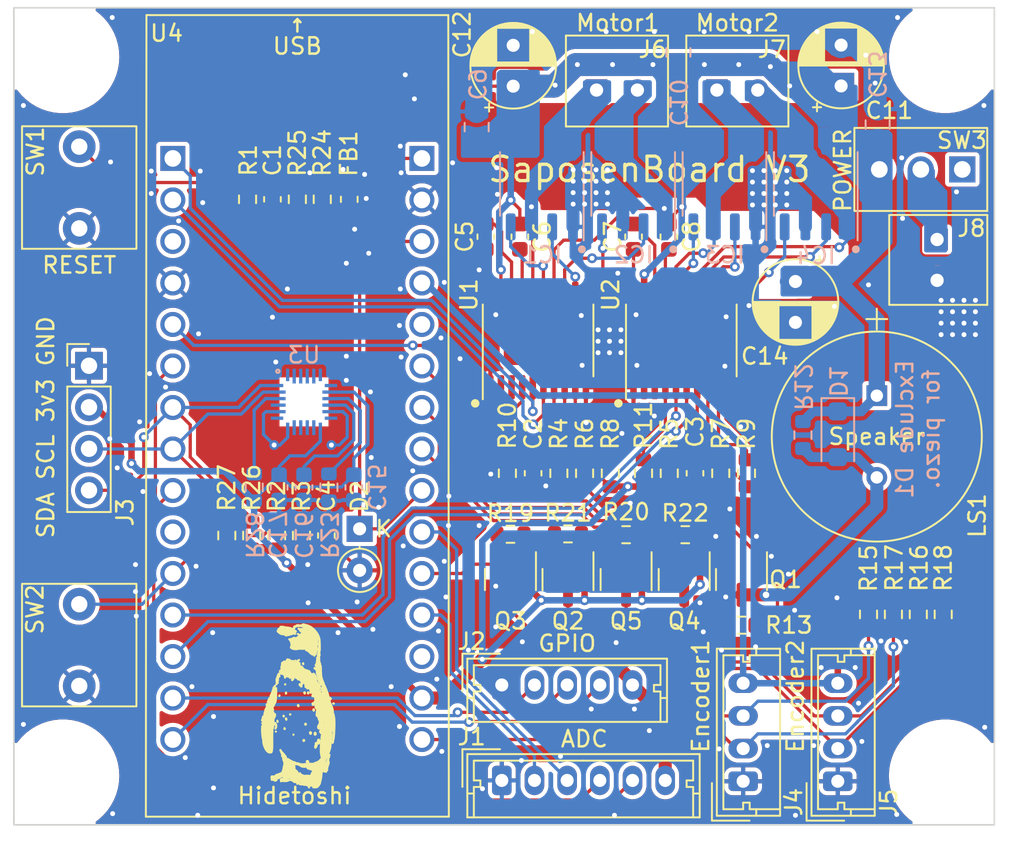
<source format=kicad_pcb>
(kicad_pcb (version 20221018) (generator pcbnew)
  (layers (0 "F.Cu" signal) (31 "B.Cu" signal) (34 "B.Paste" user) (35 "F.Paste" user) (36 "B.SilkS" user "B.Silkscreen") (37 "F.SilkS" user "F.Silkscreen") (38 "B.Mask" user) (39 "F.Mask" user) (44 "Edge.Cuts" user))
  (net 0 "")
  (net 1 "+BATT")
  (net 2 "GND")
  (net 3 "NRST")
  (net 4 "SW1")
  (net 5 "Net-(C4-Pad1)")
  (net 6 "Net-(C1-Pad1)")
  (net 7 "Net-(U1-RC)")
  (net 8 "Net-(U2-RC)")
  (net 9 "+3V3")
  (net 10 "Net-(U1-CP2)")
  (net 11 "Net-(U1-CP1)")
  (net 12 "Net-(U1-VCP)")
  (net 13 "Net-(U2-CP2)")
  (net 14 "Net-(U2-CP1)")
  (net 15 "Net-(U2-VCP)")
  (net 16 "Net-(D1-A)")
  (net 17 "Net-(D2-K)")
  (net 18 "Net-(IC1-S2)")
  (net 19 "NUCLEO_LED")
  (net 20 "Extra1")
  (net 21 "Extra2")
  (net 22 "SDA")
  (net 23 "SCLK")
  (net 24 "ENC1_2")
  (net 25 "ENC1_1")
  (net 26 "+5V")
  (net 27 "ENC2_2")
  (net 28 "ENC2_1")
  (net 29 "ADC1")
  (net 30 "ADC2")
  (net 31 "ADC3")
  (net 32 "ADC4")
  (net 33 "Net-(IC1-G2)")
  (net 34 "Net-(IC1-G1)")
  (net 35 "SPEAKER")
  (net 36 "Net-(IC2-S1)")
  (net 37 "Net-(IC2-G2)")
  (net 38 "Net-(IC2-G1)")
  (net 39 "Net-(IC3-S2)")
  (net 40 "Net-(IC3-G2)")
  (net 41 "MOT2_IN2")
  (net 42 "MOT2_IN1")
  (net 43 "Net-(IC3-G1)")
  (net 44 "Net-(IC4-S1)")
  (net 45 "Net-(IC4-G2)")
  (net 46 "Net-(IC4-G1)")
  (net 47 "Net-(J4-Pin_3)")
  (net 48 "Net-(J4-Pin_2)")
  (net 49 "Net-(J5-Pin_3)")
  (net 50 "Net-(J5-Pin_2)")
  (net 51 "Net-(J8-Pin_1)")
  (net 52 "Net-(U1-ISET)")
  (net 53 "Net-(U2-ISET)")
  (net 54 "Net-(U1-SLEEPn)")
  (net 55 "Net-(U2-SLEEPn)")
  (net 56 "Net-(U1-VREF)")
  (net 57 "Net-(U2-VREF)")
  (net 58 "MOT1_IN2")
  (net 59 "MOT1_IN1")
  (net 82 "Net-(U4-VIN)")
  (net 83 "Net-(U3-nCS)")
  (net 84 "Net-(U3-SDO{slash}ADO)")
  (net 85 "Net-(U3-REGOUT)")
  (footprint "Resistor_SMD:R_0603_1608Metric" (layer "F.Cu") (at 113.03 82.296 90)
    (fp_text reference "R27")
    (fp_text value "4.7k")
  )
  (footprint "Resistor_SMD:R_0603_1608Metric" (layer "F.Cu") (at 134.9248 78.486 -90)
    (fp_text reference "R6")
    (fp_text value "33k")
  )
  (footprint "Resistor_SMD:R_0603_1608Metric" (layer "F.Cu") (at 140.1064 78.486 -90)
    (fp_text reference "R5")
    (fp_text value "47k")
  )
  (footprint "Resistor_SMD:R_0603_1608Metric" (layer "F.Cu") (at 144.8308 78.486 90)
    (fp_text reference "R9")
    (fp_text value "10k")
  )
  (footprint "Capacitor_SMD:C_0603_1608Metric" (layer "F.Cu") (at 137.922 64.008 90)
    (fp_text reference "C7")
    (fp_text value "0.1u")
  )
  (footprint "Resistor_SMD:R_0603_1608Metric" (layer "F.Cu") (at 116.078 82.296 90)
    (fp_text reference "R2")
    (fp_text value "1k")
  )
  (footprint "Resistor_SMD:R_0603_1608Metric" (layer "F.Cu") (at 118.872 61.722 -90)
    (fp_text reference "R24")
    (fp_text value "1.8k")
  )
  (footprint "Capacitor_THT:CP_Radial_D5.0mm_P2.50mm" (layer "F.Cu") (at 147.828 66.7512 -90)
    (fp_text reference "C14")
    (fp_text value "100u")
  )
  (footprint "Footprints:A4955GLPTR-T" (layer "F.Cu") (at 140.843 70.358 90)
    (fp_text reference "U2")
    (fp_text value "A4955GLPTR-T")
  )
  (footprint "Resistor_SMD:R_0603_1608Metric" (layer "F.Cu") (at 153.8224 87.122 90)
    (fp_text reference "R17")
    (fp_text value "10k")
  )
  (footprint "Package_TO_SOT_SMD:SOT-23" (layer "F.Cu") (at 141.0208 84.9884 -90)
    (fp_text reference "Q4")
    (fp_text value "BSS138")
  )
  (footprint "Resistor_SMD:R_0603_1608Metric" (layer "F.Cu") (at 133.9088 82.1944)
    (fp_text reference "R21")
    (fp_text value "10k")
  )
  (footprint "Connector_PinHeader_2.54mm:PinHeader_1x04_P2.54mm_Vertical" (layer "F.Cu") (at 104.5972 71.9074)
    (fp_text reference "J3")
    (fp_text value "I2C")
  )
  (footprint "Capacitor_SMD:C_0603_1608Metric" (layer "F.Cu") (at 119.126 82.296 -90)
    (fp_text reference "C4")
    (fp_text value "0.1u")
  )
  (footprint "Package_TO_SOT_SMD:SOT-23" (layer "F.Cu") (at 130.3884 84.9884 -90)
    (fp_text reference "Q3")
    (fp_text value "BSS138")
  )
  (footprint "Inductor_SMD:L_0603_1608Metric" (layer "F.Cu") (at 120.523 61.722 -90)
    (fp_text reference "FB1")
    (fp_text value "FerriteBead")
  )
  (footprint "Resistor_SMD:R_0603_1608Metric" (layer "F.Cu") (at 137.4648 82.2452)
    (fp_text reference "R20")
    (fp_text value "10k")
  )
  (footprint "Connector_Molex:Molex_Micro-Latch_53253-0470_1x04_P2.00mm_Vertical" (layer "F.Cu") (at 150.4188 97.3328 90)
    (fp_text reference "J5")
    (fp_text value "Encoder2")
  )
  (footprint "Connector_Molex:Molex_Micro-Latch_53253-0570_1x05_P2.00mm_Vertical" (layer "F.Cu") (at 129.858 91.44)
    (fp_text reference "J2")
    (fp_text value "Extra2ch+LED")
  )
  (footprint "Footprints:MountingHole_3.2mm_M3" (layer "F.Cu") (at 103 53)
    (fp_text reference "REF**" hide)
    (fp_text value "MountingHole_3.2mm_M3" hide)
  )
  (footprint "Resistor_SMD:R_0603_1608Metric" (layer "F.Cu") (at 156.8704 87.122 90)
    (fp_text reference "R18")
    (fp_text value "10k")
  )
  (footprint "Resistor_SMD:R_0603_1608Metric" (layer "F.Cu") (at 143.256 78.486 -90)
    (fp_text reference "R7")
    (fp_text value "33k")
  )
  (footprint "Package_TO_SOT_SMD:SOT-23" (layer "F.Cu") (at 137.4648 84.9884 -90)
    (fp_text reference "Q5")
    (fp_text value "BSS138")
  )
  (footprint "Resistor_SMD:R_0603_1608Metric" (layer "F.Cu") (at 130.3884 82.2175)
    (fp_text reference "R19")
    (fp_text value "10k")
  )
  (footprint "Package_TO_SOT_SMD:SOT-23" (layer "F.Cu") (at 144.526 84.9884 -90)
    (fp_text reference "Q1")
    (fp_text value "BSS138")
  )
  (footprint "Resistor_SMD:R_0603_1608Metric" (layer "F.Cu") (at 114.3 61.722 -90)
    (fp_text reference "R1")
    (fp_text value "470")
  )
  (footprint "Resistor_SMD:R_0603_1608Metric" (layer "F.Cu") (at 138.5316 78.486 90)
    (fp_text reference "R11")
    (fp_text value "10k")
  )
  (footprint "Resistor_SMD:R_0603_1608Metric" (layer "F.Cu") (at 133.35 78.486 -90)
    (fp_text reference "R4")
    (fp_text value "47k")
  )
  (footprint "Footprints:PKM13EPYH4000-A0" (layer "F.Cu") (at 152.8064 73.7381 -90)
    (fp_text reference "LS1")
    (fp_text value "Speaker")
  )
  (footprint "Capacitor_SMD:C_0603_1608Metric" (layer "F.Cu") (at 141.6812 78.486 -90)
    (fp_text reference "C3")
    (fp_text value "470p")
  )
  (footprint "Capacitor_SMD:C_0603_1608Metric" (layer "F.Cu") (at 140.081 64.008 90)
    (fp_text reference "C8")
    (fp_text value "0.1u")
  )
  (footprint "Resistor_SMD:R_0603_1608Metric" (layer "F.Cu") (at 136.4996 78.486 90)
    (fp_text reference "R8")
    (fp_text value "10k")
  )
  (footprint "Resistor_SMD:R_0603_1608Metric" (layer "F.Cu") (at 114.554 82.296 90)
    (fp_text reference "R26")
    (fp_text value "4.7k")
  )
  (footprint "Capacitor_SMD:C_0603_1608Metric" (layer "F.Cu") (at 115.824 61.722 90)
    (fp_text reference "C1")
    (fp_text value "0.1u")
  )
  (footprint "Footprints:MountingHole_3.2mm_M3" (layer "F.Cu") (at 157 97)
    (fp_text reference "REF**" hide)
    (fp_text value "MountingHole_3.2mm_M3" hide)
  )
  (footprint "Capacitor_THT:CP_Radial_D5.0mm_P2.50mm" (layer "F.Cu") (at 130.556 54.799113 90)
    (fp_text reference "C12")
    (fp_text value "100u")
  )
  (footprint "Package_TO_SOT_SMD:SOT-23" (layer "F.Cu") (at 133.9088 84.9884 -90)
    (fp_text reference "Q2")
    (fp_text value "BSS138")
  )
  (footprint "Footprints:TVDT18-050C" (layer "F.Cu") (at 104 89 90)
    (fp_text reference "SW2")
    (fp_text value "SW_Push")
  )
  (footprint "Resistor_SMD:R_0603_1608Metric" (layer "F.Cu") (at 141.0838 82.2452)
    (fp_text reference "R22")
    (fp_text value "10k")
  )
  (footprint "Footprints:MountingHole_3.2mm_M3" (layer "F.Cu") (at 157 53)
    (fp_text reference "REF**" hide)
    (fp_text value "MountingHole_3.2mm_M3" hide)
  )
  (footprint "Capacitor_SMD:C_0603_1608Metric" (layer "F.Cu") (at 130.9624 64.008 90)
    (fp_text reference "C6")
    (fp_text value "0.1u")
  )
  (footprint "Footprints:A4955GLPTR-T" (layer "F.Cu") (at 132.08 70.358 90)
    (fp_text reference "U1")
    (fp_text value "A4955GLPTR-T")
  )
  (footprint "Resistor_SMD:R_0603_1608Metric" (layer "F.Cu") (at 152.2984 87.122 90)
    (fp_text reference "R15")
    (fp_text value "10k")
  )
  (footprint "Connector_Molex:Molex_Micro-Latch_53253-0470_1x04_P2.00mm_Vertical" (layer "F.Cu") (at 144.6276 97.3328 90)
    (fp_text reference "J4")
    (fp_text value "Encoder1")
  )
  (footprint "Footprints:MountingHole_3.2mm_M3" (layer "F.Cu") (at 103 97)
    (fp_text reference "REF**" hide)
    (fp_text value "MountingHole_3.2mm_M3" hide)
  )
  (footprint "Resistor_SMD:R_0603_1608Metric" (layer "F.Cu") (at 117.602 82.296 -90)
    (fp_text reference "R3")
    (fp_text value "470")
  )
  (footprint "Capacitor_SMD:C_0603_1608Metric" (layer "F.Cu") (at 128.8796 64.008 90)
    (fp_text reference "C5")
    (fp_text value "0.1u")
  )
  (footprint "Capacitor_SMD:C_0603_1608Metric" (layer "F.Cu") (at 131.7752 78.486 -90)
    (fp_text reference "C2")
    (fp_text value "470p")
  )
  (footprint "Resistor_SMD:R_0603_1608Metric" (layer "F.Cu") (at 130.2004 78.486 90)
    (fp_text reference "R10")
    (fp_text value "10k")
  )
  (footprint "Footprints:MODULE_NUCLEO-F303K8" (layer "F.Cu") (at 117.348 77)
    (fp_text reference "U4")
    (fp_text value "NUCLEO-F303K8")
  )
  (footprint "Capacitor_THT:CP_Radial_D5.0mm_P2.50mm" (layer "F.Cu") (at 150.622 54.783791 90)
    (fp_text reference "C11")
    (fp_text value "100u")
  )
  (footprint "Footprints:CONN_B02B-PASKLFSN_JST" (layer "F.Cu") (at 143.022 55.0373 180)
    (fp_text reference "J7")
    (fp_text value "Motor2")
  )
  (footprint "Footprints:penpen" (layer "F.Cu") (at 117.1448 92.0242)
    (fp_text reference "G***" hide)
    (fp_text value "LOGO" hide)
  )
  (footprint "Diode_THT:D_DO-35_SOD27_P2.54mm_Vertical_KathodeUp" (layer "F.Cu") (at 121.158 81.886315 -90)
    (fp_text reference "D2")
    (fp_text value "1N5226B")
  )
  (footprint "Footprints:2MS1-T1-B4-VS2-Q-E-S" (layer "F.Cu") (at 155.4988 59.8932 180)
    (fp_text reference "SW3")
    (fp_text value "BatterySW")
  )
  (footprint "Resistor_SMD:R_0603_1608Metric" (layer "F.Cu") (at 117.348 61.722 90)
    (fp_text reference "R25")
    (fp_text value "1k")
  )
  (footprint "Footprints:CONN_B02B-PASKLFSN_JST" (layer "F.Cu") (at 135.656 55.0373 180)
    (fp_text reference "J6")
    (fp_text value "Motor1")
  )
  (footprint "Connector_Molex:Molex_Micro-Latch_53253-0670_1x06_P2.00mm_Vertical" (layer "F.Cu") (at 129.858 97.282)
    (fp_text reference "J1")
    (fp_text value "ADC4ch" hide)
  )
  (footprint "Footprints:TVDT18-050C" (layer "F.Cu") (at 104 61 90)
    (fp_text reference "SW1")
    (fp_text value "SW_Push")
  )
  (footprint "Footprints:IL-G_2P" (layer "F.Cu") (at 156.5656 65.4304 -90)
    (fp_text reference "J8")
    (fp_text value "Battery")
  )
  (footprint "Resistor_SMD:R_0603_1608Metric" (layer "F.Cu") (at 155.3464 87.122 90)
    (fp_text reference "R16")
    (fp_text value "10k")
  )
  (footprint "Resistor_SMD:R_0603_1608Metric" (layer "F.Cu") (at 144.526 87.7824)
    (fp_text reference "R13")
    (fp_text value "47k")
  )
  (footprint "Capacitor_SMD:C_0805_2012Metric" (layer "B.Cu") (at 140.6652 52.7304 -90)
    (fp_text reference "C10")
    (fp_text value "10u")
  )
  (footprint "Footprints:QFN40P300X300X95-25N-D" (layer "B.Cu") (at 117.7544 74.1172 -90)
    (fp_text reference "U3")
    (fp_text value "MPU-6500" hide)
  )
  (footprint "Footprints:BSO220N03MD" (layer "B.Cu") (at 143.4846 60.7822 90)
    (fp_text reference "IC3")
    (fp_text value "BSO220")
  )
  (footprint "Capacitor_SMD:C_0603_1608Metric" (layer "B.Cu") (at 120.8024 79.3496 -90)
    (fp_text reference "C15")
    (fp_text value "0.1u")
  )
  (footprint "Footprints:BSO220N03MD" (layer "B.Cu") (at 137.8966 60.7822 90)
    (fp_text reference "IC2")
    (fp_text value "BSO220")
  )
  (footprint "Diode_SMD:D_SOD-123F" (layer "B.Cu") (at 150.4188 76.0984 -90)
    (fp_text reference "D1")
    (fp_text value "GS1010FL")
  )
  (footprint "Footprints:BSO220N03MD" (layer "B.Cu") (at 149.0726 60.7822 90)
    (fp_text reference "IC4")
    (fp_text value "BSO220")
  )
  (footprint "Resistor_SMD:R_0603_1608Metric" (layer "B.Cu") (at 119.2784 79.3496 90)
    (fp_text reference "R23")
    (fp_text value "10k")
  )
  (footprint "Capacitor_SMD:C_0805_2012Metric" (layer "B.Cu") (at 152.8572 57.15 -90)
    (fp_text reference "C13")
    (fp_text value "10u")
  )
  (footprint "Resistor_SMD:R_0603_1608Metric" (layer "B.Cu") (at 114.7064 79.3496 90)
    (fp_text reference "R28")
    (fp_text value "4.7k")
  )
  (footprint "Capacitor_SMD:C_0805_2012Metric" (layer "B.Cu") (at 128.3208 57.3024 -90)
    (fp_text reference "C9")
    (fp_text value "10u")
  )
  (footprint "Capacitor_SMD:C_0603_1608Metric" (layer "B.Cu") (at 116.2304 79.3496 -90)
    (fp_text reference "C17")
    (fp_text value "0.1u")
  )
  (footprint "Capacitor_SMD:C_0603_1608Metric" (layer "B.Cu") (at 117.7544 79.3496 -90)
    (fp_text reference "C16")
    (fp_text value "0.1u")
  )
  (footprint "Footprints:BSO220N03MD" (layer "B.Cu") (at 132.3086 60.7822 90)
    (fp_text reference "IC1")
    (fp_text value "BSO220")
  )
  (footprint "Resistor_SMD:R_0603_1608Metric" (layer "B.Cu") (at 148.2852 76.1492 90)
    (fp_text reference "R12")
    (fp_text value "470")
  )
  (gr_rect locked (start 100 50) (end 160 100) (stroke (width 0.1)) (fill none) (layer "Edge.Cuts"))
  (gr_text "Exclude D1\nfor piezo." (at 156.718 75.7936 90) (layer "B.SilkS") (effects (font (size 1 1)) (justify bottom mirror)))
  (gr_text "SDA SCL 3v3 GND" (at 101.9556 75.6666 90) (layer "F.SilkS") (effects (font (size 1 1))))
  (gr_text "SaposenBoard V3" (at 138.8872 59.8932) (layer "F.SilkS") (effects (font (size 1.5 1.5) (thickness 0.2) bold)))
  (segment (start 138.568 67.4955) (end 138.568 66.3084) (width 0.4) (layer "F.Cu") (net 1))
  (segment (start 130.556 54.799113) (end 133.059287 54.799113) (width 1.4) (layer "F.Cu") (net 1))
  (segment (start 147.47523 54.783791) (end 150.622 54.783791) (width 1.4) (layer "F.Cu") (net 1))
  (segment (start 130.556 54.799113) (end 124.220087 54.799113) (width 0.2) (layer "F.Cu") (net 1))
  (segment (start 124.220087 54.799113) (end 118.872 60.1472) (width 0.2) (layer "F.Cu") (net 1))
  (segment (start 130.9624 62.3316) (end 130.9624 63.233) (width 0.2) (layer "F.Cu") (net 1))
  (segment (start 129.805 66.029) (end 129.805 67.4955) (width 0.2) (layer "F.Cu") (net 1))
  (segment (start 133.059287 54.799113) (end 134.3815 53.4769) (width 1.4) (layer "F.Cu") (net 1))
  (segment (start 118.872 60.897) (end 118.969793 60.897) (width 0.2) (layer "F.Cu") (net 1))
  (segment (start 118.872 60.1472) (end 118.872 60.897) (width 0.2) (layer "F.Cu") (net 1))
  (segment (start 130.4036 61.7728) (end 130.9624 62.3316) (width 0.2) (layer "F.Cu") (net 1))
  (segment (start 146.168339 53.4769) (end 147.47523 54.783791) (width 1.4) (layer "F.Cu") (net 1))
  (segment (start 118.969793 60.897) (end 120.523 62.450207) (width 0.2) (layer "F.Cu") (net 1))
  (segment (start 140.081 62.9666) (end 140.081 63.233) (width 0.2) (layer "F.Cu") (net 1))
  (segment (start 138.568 66.3084) (end 138.5824 66.294) (width 0.4) (layer "F.Cu") (net 1))
  (segment (start 140.8684 62.1792) (end 140.081 62.9666) (width 0.2) (layer "F.Cu") (net 1))
  (segment (start 134.3815 53.4769) (end 146.168339 53.4769) (width 1.4) (layer "F.Cu") (net 1))
  (via (at 130.4036 61.7728) (size 0.6) (drill 0.3) (layers "F.Cu" "B.Cu") (net 1))
  (via (at 142.2555 53.4769) (size 0.6) (drill 0.3) (layers "F.Cu" "B.Cu") (net 1))
  (via (at 134.4831 53.4769) (size 0.6) (drill 0.3) (layers "F.Cu" "B.Cu") (net 1))
  (via (at 139.1059 53.4769) (size 0.6) (drill 0.3) (layers "F.Cu" "B.Cu") (net 1))
  (via (at 140.8684 62.1792) (size 0.6) (drill 0.3) (layers "F.Cu" "B.Cu") (net 1))
  (via (at 129.805 66.029) (size 0.6) (drill 0.3) (layers "F.Cu" "B.Cu") (net 1))
  (via (at 136.6365 53.4769) (size 0.6) (drill 0.3) (layers "F.Cu" "B.Cu") (net 1))
  (via (at 146.294719 53.603281) (size 0.6) (drill 0.3) (layers "F.Cu" "B.Cu") (net 1))
  (via (at 133.1214 54.737) (size 0.6) (drill 0.3) (layers "F.Cu" "B.Cu") (net 1))
  (via (at 147.47523 54.783791) (size 0.6) (drill 0.3) (layers "F.Cu" "B.Cu") (net 1))
  (via (at 144.3581 53.4769) (size 0.6) (drill 0.3) (layers "F.Cu" "B.Cu") (net 1))
  (via (at 138.5824 66.294) (size 0.6) (drill 0.3) (layers "F.Cu" "B.Cu") (net 1))
  (segment (start 146.294719 53.603281) (end 147.47523 54.783791) (width 1.4) (layer "B.Cu") (net 1))
  (segment (start 130.4036 61.7728) (end 130.4036 58.1572) (width 0.4) (layer "B.Cu") (net 1))
  (segment (start 152.8 58.1572) (end 152.8572 58.1) (width 1.4) (layer "B.Cu") (net 1))
  (segment (start 134.3815 53.4769) (end 134.4831 53.4769) (width 1.4) (layer "B.Cu") (net 1))
  (segment (start 140.8684 58.8684) (end 141.5796 58.1572) (width 0.4) (layer "B.Cu") (net 1))
  (segment (start 130.4036 61.7728) (end 130.4036 61.804383) (width 0.4) (layer "B.Cu") (net 1))
  (segment (start 152.8064 69.1388) (end 152.8064 73.7381) (width 1) (layer "B.Cu") (net 1))
  (segment (start 150.4696 66.7512) (end 152.9588 64.262) (width 1.4) (layer "B.Cu") (net 1))
  (segment (start 140.8684 62.1792) (end 140.8684 58.8684) (width 0.4) (layer "B.Cu") (net 1))
  (segment (start 151.8461 74.6984) (end 152.8064 73.7381) (width 0.6) (layer "B.Cu") (net 1))
  (segment (start 133.1214 54.737) (end 134.3815 53.4769) (width 1.4) (layer "B.Cu") (net 1))
  (segment (start 147.47523 54.783791) (end 150.622 54.783791) (width 1.4) (layer "B.Cu") (net 1))
  (segment (start 144.3581 53.4769) (end 146.168338 53.4769) (width 1.4) (layer "B.Cu") (net 1))
  (segment (start 150.4188 66.7512) (end 150.4696 66.7512) (width 1.4) (layer "B.Cu") (net 1))
  (segment (start 129.7036 62.504383) (end 129.7036 65.9276) (width 0.4) (layer "B.Cu") (net 1))
  (segment (start 150.9776 55.139391) (end 150.622 54.783791) (width 0.8) (layer "B.Cu") (net 1))
  (segment (start 140.8684 62.1792) (end 140.8684 64.008) (width 0.4) (layer "B.Cu") (net 1))
  (segment (start 150.622 56.5404) (end 150.622 57.8016) (width 1.4) (layer "B.Cu") (net 1))
  (segment (start 140.6652 53.6804) (end 140.716 53.7312) (width 0.8) (layer "B.Cu") (net 1))
  (segment (start 142.2555 53.4769) (end 144.3581 53.4769) (width 1.4) (layer "B.Cu") (net 1))
  (segment (start 148.2852 75.3242) (end 148.911 74.6984) (width 0.6) (layer "B.Cu") (net 1))
  (segment (start 147.3708 66.7512) (end 147.828 66.7512) (width 1) (layer "B.Cu") (net 1))
  (segment (start 150.622 57.8016) (end 150.9776 58.1572) (width 1.4) (layer "B.Cu") (net 1))
  (segment (start 129.7036 65.9276) (end 129.805 66.029) (width 0.4) (layer "B.Cu") (net 1))
  (segment (start 134.4831 53.4769) (end 136.6365 53.4769) (width 1.4) (layer "B.Cu") (net 1))
  (segment (start 131.5784 58.2524) (end 131.6736 58.1572) (width 0.6) (layer "B.Cu") (net 1))
  (segment (start 146.168338 53.4769) (end 146.294719 53.603281) (width 1.4) (layer "B.Cu") (net 1))
  (segment (start 136.6365 53.4769) (end 139.1059 53.4769) (width 1.4) (layer "B.Cu") (net 1))
  (segment (start 150.622 54.783791) (end 150.622 56.5404) (width 1.4) (layer "B.Cu") (net 1))
  (segment (start 147.828 66.7512) (end 150.4188 66.7512) (width 1.4) (layer "B.Cu") (net 1))
  (segment (start 128.3208 58.2524) (end 131.5784 58.2524) (width 0.6) (layer "B.Cu") (net 1))
  (segment (start 150.9776 58.1572) (end 152.8 58.1572) (width 1.4) (layer "B.Cu") (net 1))
  (segment (start 152.8572 58.1) (end 152.8572 59.7916) (width 1.4) (layer "B.Cu") (net 1))
  (segment (start 148.911 74.6984) (end 151.8461 74.6984) (width 0.6) (layer "B.Cu") (net 1))
  (segment (start 130.556 54.799113) (end 133.059287 54.799113) (width 1.4) (layer "B.Cu") (net 1))
  (segment (start 140.6299 53.4769) (end 142.2555 53.4769) (width 1.4) (layer "B.Cu") (net 1))
  (segment (start 152.9588 64.0588) (end 152.9588 59.8932) (width 1.4) (layer "B.Cu") (net 1))
  (segment (start 130.4036 58.1572) (end 130.4036 54.951513) (width 0.6) (layer "B.Cu") (net 1))
  (segment (start 133.059287 54.799113) (end 133.1214 54.737) (width 1.4) (layer "B.Cu") (net 1))
  (segment (start 150.4188 66.7512) (end 152.8064 69.1388) (width 1) (layer "B.Cu") (net 1))
  (segment (start 139.1059 53.4769) (end 140.6299 53.4769) (width 1.4) (layer "B.Cu") (net 1))
  (segment (start 140.8684 64.008) (end 138.5824 66.294) (width 0.4) (layer "B.Cu") (net 1))
  (segment (start 152.9588 64.262) (end 152.9588 64.0588) (width 1.4) (layer "B.Cu") (net 1))
  (segment (start 130.4036 61.804383) (end 129.7036 62.504383) (width 0.4) (layer "B.Cu") (net 1))
  (segment (start 141.6812 80.264) (end 143.256 80.264) (width 0.2) (layer "F.Cu") (net 2))
  (segment (start 132.08 70.358) (end 140.843 70.358) (width 0.4) (layer "F.Cu") (net 2))
  (segment (start 152.7048 55.6768) (end 152.7556 55.7276) (width 1.4) (layer "F.Cu") (net 2))
  (segment (start 135.6168 60.6236) (end 134.9248 61.3156) (width 1.4) (layer "F.Cu") (net 2))
  (segment (start 135.6492 80.0354) (end 139.382 80.0354) (width 0.2) (layer "F.Cu") (net 2))
  (segment (start 141.6812 80.264) (end 141.6812 79.261) (width 0.2) (layer "F.Cu") (net 2))
  (segment (start 130.556 52.299113) (end 131.394713 51.4604) (width 1.4) (layer "F.Cu") (net 2))
  (segment (start 140.1064 79.311) (end 143.256 79.311) (width 0.2) (layer "F.Cu") (net 2))
  (segment (start 136.2456 51.4604) (end 139.192 51.4604) (width 1.4) (layer "F.Cu") (net 2))
  (segment (start 150.622 52.283791) (end 151.522 52.283791) (width 1.4) (layer "F.Cu") (net 2))
  (segment (start 149.798609 51.4604) (end 150.622 52.283791) (width 1.4) (layer "F.Cu") (net 2))
  (segment (start 140.1064 79.311) (end 140.1064 80.264) (width 0.2) (layer "F.Cu") (net 2))
  (segment (start 139.382 80.0354) (end 140.1064 79.311) (width 0.2) (layer "F.Cu") (net 2))
  (segment (start 134.9248 79.311) (end 135.6492 80.0354) (width 0.2) (layer "F.Cu") (net 2))
  (segment (start 149.1488 51.4604) (end 149.798609 51.4604) (width 1.4) (layer "F.Cu") (net 2))
  (segment (start 152.7048 53.466591) (end 152.7048 55.6768) (width 1.4) (layer "F.Cu") (net 2))
  (segment (start 119.802685 83.071) (end 121.158 84.426315) (width 0.2) (layer "F.Cu") (net 2))
  (segment (start 152.7556 56.8452) (end 148.9772 60.6236) (width 1.4) (layer "F.Cu") (net 2))
  (segment (start 152.7556 55.7276) (end 152.7556 56.8452) (width 1.4) (layer "F.Cu") (net 2))
  (segment (start 142.24 51.4604) (end 144.9832 51.4604) (width 1.4) (layer "F.Cu") (net 2))
  (segment (start 134.8748 79.261) (end 134.9248 79.311) (width 0.4) (layer "F.Cu") (net 2))
  (segment (start 152.133505 52.895295) (end 152.7048 53.466591) (width 1.4) (layer "F.Cu") (net 2))
  (segment (start 139.192 51.4604) (end 142.24 51.4604) (width 1.4) (layer "F.Cu") (net 2))
  (segment (start 131.7752 79.261) (end 134.8748 79.261) (width 0.4) (layer "F.Cu") (net 2))
  (segment (start 119.126 83.071) (end 119.802685 83.071) (width 0.2) (layer "F.Cu") (net 2))
  (segment (start 131.7244 51.4604) (end 136.2456 51.4604) (width 1.4) (layer "F.Cu") (net 2))
  (segment (start 143.256 80.264) (end 143.256 79.311) (width 0.2) (layer "F.Cu") (net 2))
  (segment (start 131.394713 51.4604) (end 131.7244 51.4604) (width 1.4) (layer "F.Cu") (net 2))
  (segment (start 151.522 52.283791) (end 152.133505 52.895295) (width 1.4) (layer "F.Cu") (net 2))
  (segment (start 148.9772 60.6236) (end 135.6168 60.6236) (width 1.4) (layer "F.Cu") (net 2))
  (segment (start 144.9832 51.4604) (end 149.1488 51.4604) (width 1.4) (layer "F.Cu") (net 2))
  (segment (start 140.1064 80.264) (end 141.6812 80.264) (width 0.2) (layer "F.Cu") (net 2))
  (via (at 115.824 68.9356) (size 0.6) (drill 0.3) (layers "F.Cu" "B.Cu") (net 2))
  (via (at 126.1364 70.2056) (size 0.6) (drill 0.3) (layers "F.Cu" "B.Cu") (net 2))
  (via (at 136.9568 66.2432) (size 0.6) (drill 0.3) (layers "F.Cu" "B.Cu") (net 2))
  (via (at 156.7404 70.0024) (size 0.6) (drill 0.3) (layers "F.Cu" "B.Cu") (net 2))
  (via (at 135.0264 75.3872) (size 0.6) (drill 0.3) (layers "F.Cu" "B.Cu") (net 2))
  (via (at 108.4072 59.9948) (size 0.6) (drill 0.3) (layers "F.Cu" "B.Cu") (net 2))
  (via (at 156.7404 67.9024) (size 0.6) (drill 0.3) (layers "F.Cu" "B.Cu") (net 2))
  (via (at 131.064 96.0628) (size 0.6) (drill 0.3) (layers "F.Cu" "B.Cu") (net 2))
  (via (at 145.4404 82.3468) (size 0.6) (drill 0.3) (layers "F.Cu" "B.Cu") (net 2))
  (via (at 147.2976 60.6664) (size 0.6) (drill 0.3) (layers "F.Cu" "B.Cu") (net 2))
  (via (at 157.4404 70.0024) (size 0.6) (drill 0.3) (layers "F.Cu" "B.Cu") (net 2))
  (via (at 143.5608 86.0552) (size 0.6) (drill 0.3) (layers "F.Cu" "B.Cu") (net 2))
  (via (at 138.1252 71.882) (size 0.6) (drill 0.3) (layers "F.Cu" "B.Cu") (net 2))
  (via (at 120.3452 71.3232) (size 0.6) (drill 0.3) (layers "F.Cu" "B.Cu") (net 2))
  (via (at 129.1844 78.5368) (size 0.6) (drill 0.3) (layers "F.Cu" "B.Cu") (net 2))
  (via (at 146.5976 59.9664) (size 0.6) (drill 0.3) (layers "F.Cu" "B.Cu") (net 2))
  (via (at 136.2456 51.4604) (size 0.6) (drill 0.3) (layers "F.Cu" "B.Cu") (net 2))
  (via (at 152.2984 66.9544) (size 0.6) (drill 0.3) (layers "F.Cu" "B.Cu") (net 2))
  (via (at 115.9256 76.7588) (size 0.6) (drill 0.3) (layers "F.Cu" "B.Cu") (net 2))
  (via (at 105.8672 76.3778) (size 0.6) (drill 0.3) (layers "F.Cu" "B.Cu") (net 2))
  (via (at 111.4044 59.9948) (size 0.6) (drill 0.3) (layers "F.Cu" "B.Cu") (net 2))
  (via (at 111.5568 61.9252) (size 0.6) (drill 0.3) (layers "F.Cu" "B.Cu") (net 2))
  (via (at 121.4628 60.198) (size 0.6) (drill 0.3) (layers "F.Cu" "B.Cu") (net 2))
  (via (at 145.3896 89.1032) (size 0.6) (drill 0.3) (layers "F.Cu" "B.Cu") (net 2))
  (via (at 126.3396 83.8708) (size 0.6) (drill 0.3) (layers "F.Cu" "B.Cu") (net 2))
  (via (at 123.6472 67.2084) (size 0.6) (drill 0.3) (layers "F.Cu" "B.Cu") (net 2))
  (via (at 135.7488 71.1088) (size 0.6) (drill 0.3) (layers "F.Cu" "B.Cu") (net 2))
  (via (at 135.6248 60.6156) (size 0.6) (drill 0.3) (layers "F.Cu" "B.Cu") (net 2))
  (via (at 143.8148 80.6704) (size 0.6) (drill 0.3) (layers "F.Cu" "B.Cu") (net 2))
  (via (at 157.4404 68.6024) (size 0.6) (drill 0.3) (layers "F.Cu" "B.Cu") (net 2))
  (via (at 134.2248 62.0156) (size 0.6) (drill 0.3) (layers "F.Cu" "B.Cu") (net 2))
  (via (at 121.8692 77.5208) (size 0.6) (drill 0.3) (layers "F.Cu" "B.Cu") (net 2))
  (via (at 157.6832 61.2648) (size 0.6) (drill 0.3) (layers "F.Cu" "B.Cu") (net 2))
  (via (at 132.5502 79.261) (size 0.6) (drill 0.3) (layers "F.Cu" "B.Cu") (net 2))
  (via (at 107.4928 87.2236) (size 0.6) (drill 0.3) (layers "F.Cu" "B.Cu") (net 2))
  (via (at 136.3248 61.3156) (size 0.6) (drill 0.3) (layers "F.Cu" "B.Cu") (net 2))
  (via (at 133.4516 95.8088) (size 0.6) (drill 0.3) (layers "F.Cu" "B.Cu") (net 2))
  (via (at 145.1976 60.6664) (size 0.6) (drill 0.3) (layers "F.Cu" "B.Cu") (net 2))
  (via (at 147.2976 61.3664) (size 0.6) (drill 0.3) (layers "F.Cu" "B.Cu") (net 2))
  (via (at 121.5644 61.6712) (size 0.6) (drill 0.3) (layers "F.Cu" "B.Cu") (net 2))
  (via (at 152.7048 54.61) (size 0.6) (drill 0.3) (layers "F.Cu" "B.Cu") (net 2))
  (via (at 146.5976 61.3664) (size 0.6) (drill 0.3) (layers "F.Cu" "B.Cu") (net 2))
  (via (at 120.3452 72.7964) (size 0.6) (drill 0.3) (layers "F.Cu" "B.Cu") (net 2))
  (via (at 125.984 88.138) (size 0.6) (drill 0.3) (layers "F.Cu" "B.Cu") (net 2))
  (via (at 126.8476 59.4868) (size 0.6) (drill 0.3) (layers "F.Cu" "B.Cu") (net 2))
  (via (at 146.5976 60.6664) (size 0.6) (drill 0.3) (layers "F.Cu" "B.Cu") (net 2))
  (via (at 154.0256 99.3648) (size 0.6) (drill 0.3) (layers "F.Cu" "B.Cu") (net 2))
  (via (at 139.192 74.9808) (size 0.6) (drill 0.3) (layers "F.Cu" "B.Cu") (net 2))
  (via (at 121.7168 65.024) (size 0.6) (drill 0.3) (layers "F.Cu" "B.Cu") (net 2))
  (via (at 126.5936 81.6864) (size 0.6) (drill 0.3) (layers "F.Cu" "B.Cu") (net 2))
  (via (at 138.0744 68.7832) (size 0.6) (drill 0.3) (layers "F.Cu" "B.Cu") (net 2))
  (via (at 129.5908 61.4172) (size 0.6) (drill 0.3) (layers "F.Cu" "B.Cu") (net 2))
  (via (at 100.584 55.9816) (size 0.6) (drill 0.3) (layers "F.Cu" "B.Cu") (net 2))
  (via (at 136.4488 70.4088) (size 0.6) (drill 0.3) (layers "F.Cu" "B.Cu") (net 2))
  (via (at 121.0056 86.36) (size 0.6) (drill 0.3) (layers "F.Cu" "B.Cu") (net 2))
  (via (at 123.698 60.0964) (size 0.6) (drill 0.3) (layers "F.Cu" "B.Cu") (net 2))
  (via (at 147.395157 84.657157) (size 0.6) (drill 0.3) (layers "F.Cu" "B.Cu") (net 2))
  (via (at 135.6248 62.0156) (size 0.6) (drill 0.3) (layers "F.Cu" "B.Cu") (net 2))
  (via (at 151.892 94.8944) (size 0.6) (drill 0.3) (layers "F.Cu" "B.Cu") (net 2))
  (via (at 148.9456 95.1484) (size 0.6) (drill 0.3) (layers "F.Cu" "B.Cu") (net 2))
  (via (at 134.9248 62.0156) (size 0.6) (drill 0.3) (layers "F.Cu" "B.Cu") (net 2))
  (via (at 158.8404 70.0024) (size 0.6) (drill 0.3) (layers "F.Cu" "B.Cu") (net 2))
  (via (at 112.1664 88.2396) (size 0.6) (drill 0.3) (layers "F.Cu" "B.Cu") (net 2))
  (via (at 136.3248 59.9156) (size 0.6) (drill 0.3) (layers "F.Cu" "B.Cu") (net 2))
  (via (at 136.3248 60.6156) (size 0.6) (drill 0.3) (layers "F.Cu" "B.Cu") (net 2))
  (via (at 129.4892 68.7832) (size 0.6) (drill 0.3) (layers "F.Cu" "B.Cu") (net 2))
  (via (at 146.1008 95.1484) (size 0.6) (drill 0.3) (layers "F.Cu" "B.Cu") (net 2))
  (via (at 126.1872 95.504) (size 0.6) (drill 0.3) (layers "F.Cu" "B.Cu") (net 2))
  (via (at 142.9512 82.3468) (size 0.6) (drill 0.3) (layers "F.Cu" "B.Cu") (net 2))
  (via (at 149.1488 51.4604) (size 0.6) (drill 0.3) (layers "F.Cu" "B.Cu") (net 2))
  (via (at 120.3452 65.6336) (size 0.6) (drill 0.3) (layers "F.Cu" "B.Cu") (net 2))
  (via (at 106.0196 50.5968) (size 0.6) (drill 0.3) (layers "F.Cu" "B.Cu") (net 2))
  (via (at 126.619 79.883) (size 0.6) (drill 0.3) (layers "F.Cu" "B.Cu") (net 2))
  (via (at 111.252 99.4156) (size 0.6) (drill 0.3) (layers "F.Cu" "B.Cu") (net 2))
  (via (at 146.3548 83.566) (size 0.6) (drill 0.3) (layers "F.Cu" "B.Cu") (net 2))
  (via (at 136.3248 62.0156) (size 0.6) (drill 0.3) (layers "F.Cu" "B.Cu") (net 2))
  (via (at 123.5964 69.4436) (size 0.6) (drill 0.3) (layers "F.Cu" "B.Cu") (net 2))
  (via (at 137.9728 92.9132) (size 0.6) (drill 0.3) (layers "F.Cu" "B.Cu") (net 2))
  (via (at 121.9708 88.0364) (size 0.6) (drill 0.3) (layers "F.Cu" "B.Cu") (net 2))
  (via (at 146.5976 62.0664) (size 0.6) (drill 0.3) (layers "F.Cu" "B.Cu") (net 2))
  (via (at 108.4072 61.3664) (size 0.6) (drill 0.3) (layers "F.Cu" "B.Cu") (net 2))
  (via (at 106.3244 78.1558) (size 0.6) (drill 0.3) (layers "F.Cu" "B.Cu") (net 2))
  (via (at 123.0884 91.5416) (size 0.6) (drill 0.3) (layers "F.Cu" "B.Cu") (net 2))
  (via (at 157.4404 67.9024) (size 0.6) (drill 0.3) (layers "F.Cu" "B.Cu") (net 2))
  (via (at 147.828 99.4156) (size 0.6) (drill 0.3) (layers "F.Cu" "B.Cu") (net 2))
  (via (at 137.7188 80.3148) (size 0.6) (drill 0.3) (layers "F.Cu" "B.Cu") (net 2))
  (via (at 124.4092 78.3336) (size 0.6) (drill 0.3) (layers "F.Cu" "B.Cu") (net 2))
  (via (at 151.4856 90.3732) (size 0.6) (drill 0.3) (layers "F.Cu" "B.Cu") (net 2))
  (via (at 135.6248 59.9156) (size 0.6) (drill 0.3) (layers "F.Cu" "B.Cu") (net 2))
  (via (at 138.8872 94.234) (size 0.6) (drill 0.3) (layers "F.Cu" "B.Cu") (net 2))
  (via (at 121.8184 73.5076) (size 0.6) (drill 0.3) (layers "F.Cu" "B.Cu") (net 2))
  (via (at 122.3264 80.5688) (size 0.6) (drill 0.3) (layers "F.Cu" "B.Cu") (net 2))
  (via (at 119.4308 76.7588) (size 0.6) (drill 0.3) (layers "F.Cu" "B.Cu") (net 2))
  (via (at 106.045 99.314) (size 0.6) (drill 0.3) (layers "F.Cu" "B.Cu") (net 2))
  (via (at 135.6248 61.3156) (size 0.6) (drill 0.3) (layers "F.Cu" "B.Cu") (net 2))
  (via (at 158.1404 67.9024) (size 0.6) (drill 0.3) (layers "F.Cu" "B.Cu") (net 2))
  (via (at 135.7488 70.4088) (size 0.6) (drill 0.3) (layers "F.Cu" "B.Cu") (net 2))
  (via (at 131.1148 88.7984) (size 0.6) (drill 0.3) (layers "F.Cu" "B.Cu") (net 2))
  (via (at 134.2248 59.9156) (size 0.6) (drill 0.3) (layers "F.Cu" "B.Cu") (net 2))
  (via (at 107.442 85.725) (size 0.6) (drill 0.3) (layers "F.Cu" "B.Cu") (net 2))
  (via (at 137.2108 76.0476) (size 0.6) (drill 0.3) (layers "F.Cu" "B.Cu") (net 2))
  (via (at 158.1404 69.3024) (size 0.6) (drill 0.3) (layers "F.Cu" "B.Cu") (net 2))
  (via (at 109.281911 73.213911) (size 0.6) (drill 0.3) (layers "F.Cu" "B.Cu") (net 2))
  (via (at 153.0604 88.7476) (size 0.6) (drill 0.3) (layers "F.Cu" "B.Cu") (net 2))
  (via (at 136.4488 69.7088) (size 0.6) (drill 0.3) (layers "F.Cu" "B.Cu") (net 2))
  (via (at 134.7724 71.882) (size 0.6) (drill 0.3) (layers "F.Cu" "B.Cu") (net 2))
  (via (at 150.368 86.106) (size 0.6) (drill 0.3) (layers "F.Cu" "B.Cu") (net 2))
  (via (at 151.6888 92.5576) (size 0.6) (drill 0.3) (layers "F.Cu" "B.Cu") (net 2))
  (via (at 123.952 54.102) (size 0.6) (drill 0.3) (layers "F.Cu" "B.Cu") (net 2))
  (via (at 144.9832 51.4604) (size 0.6) (drill 0.3) (layers "F.Cu" "B.Cu") (net 2))
  (via (at 123.698 71.374) (size 0.6) (drill 0.3) (layers "F.Cu" "B.Cu") (net 2))
  (via (at 108.3056 72.39) (size 0.6) (drill 0.3) (layers "F.Cu" "B.Cu") (net 2))
  (via (at 129.4892 87.884) (size 0.6) (drill 0.3) (layers "F.Cu" "B.Cu") (net 2))
  (via (at 128.6764 97.79) (size 0.6) (drill 0.3) (layers "F.Cu" "B.Cu") (net 2))
  (via (at 120.142 59.8932) (size 0.6) (drill 0.3) (layers "F.Cu" "B.Cu") (net 2))
  (via (at 135.3312 92.9132) (size 0.6) (drill 0.3) (layers "F.Cu" "B.Cu") (net 2))
  (via (at 120.8532 63.5508) (size 0.6) (drill 0.3) (layers "F.Cu" "B.Cu") (net 2))
  (via (at 145.1976 61.3664) (size 0.6) (drill 0.3) (layers "F.Cu" "B.Cu") (net 2))
  (via (at 134.9248 61.3156) (size 0.6) (drill 0.3) (layers "F.Cu" "B.Cu") (net 2))
  (via (at 143.3068 89.3064) (size 0.6) (drill 0.3) (layers "F.Cu" "B.Cu") (net 2))
  (via (at 117.983 84.074) (size 0.6) (drill 0.3) (layers "F.Cu" "B.Cu") (net 2))
  (via (at 145.1976 59.9664) (size 0.6) (drill 0.3) (layers "F.Cu" "B.Cu") (net 2))
  (via (at 116.7384 67.2084) (size 0.6) (drill 0.3) (layers "F.Cu" "B.Cu") (net 2))
  (via (at 145.8976 59.9664) (size 0.6) (drill 0.3) (layers "F.Cu" "B.Cu") (net 2))
  (via (at 135.7488 69.7088) (size 0.6) (drill 0.3) (layers "F.Cu" "B.Cu") (net 2))
  (via (at 145.1976 62.0664) (size 0.6) (drill 0.3) (layers "F.Cu" "B.Cu") (net 2))
  (via (at 107.442 84.074) (size 0.6) (drill 0.3) (layers "F.Cu" "B.Cu") (net 2))
  (via (at 144.4752 75.6412) (size 0.6) (drill 0.3) (layers "F.Cu" "B.Cu") (net 2))
  (via (at 159.4104 94.0308) (size 0.6) (drill 0.3) (layers "F.Cu" "B.Cu") (net 2))
  (via (at 129.4892 85.3948) (size 0.6) (drill 0.3) (layers "F.Cu" "B.Cu") (net 2))
  (via (at 110.0836 63.0428) (size 0.6) (drill 0.3) (layers "F.Cu" "B.Cu") (net 2))
  (via (at 137.1488 70.4088) (size 0.6) (drill 0.3) (layers "F.Cu" "B.Cu") (net 2))
  (via (at 134.2248 61.3156) (size 0.6) (drill 0.3) (layers "F.Cu" "B.Cu") (net 2))
  (via (at 159.3596 55.9816) (size 0.6) (drill 0.3) (layers "F.Cu" "B.Cu") (net 2))
  (via (at 100.584 93.853) (size 0.6) (drill 0.3) (layers "F.Cu" "B.Cu") (net 2))
  (via (at 136.4488 71.1088) (size 0.6) (drill 0.3) (layers "F.Cu" "B.Cu") (net 2))
  (via (at 110.8964 91.5416) (size 0.6) (drill 0.3) (layers "F.Cu" "B.Cu") (net 2))
  (via (at 134.7216 68.834) (size 0.6) (drill 0.3) (layers "F.Cu" "B.Cu") (net 2))
  (via (at 144.9832 68.2244) (size 0.6) (drill 0.3) (layers "F.Cu" "B.Cu") (net 2))
  (via (at 141.986 86.4108) (size 0.6) (drill 0.3) (layers "F.Cu" "B.Cu") (net 2))
  (via (at 142.1892 88.1888) (size 0.6) (drill 0.3) (layers "F.Cu" "B.Cu") (net 2))
  (via (at 143.5862 68.9102) (size 0.6) (drill 0.3) (layers "F.Cu" "B.Cu") (net 2))
  (via (at 112.2172 93.3704) (size 0.6) (drill 0.3) (layers "F.Cu" "B.Cu") (net 2))
  (via (at 127.8128 89.3064) (size 0.6) (drill 0.3) (layers "F.Cu" "B.Cu") (net 2))
  (via (at 152.133505 52.895295) (size 0.6) (drill 0.3) (layers "F.Cu" "B.Cu") (net 2))
  (via (at 150.2156 68.2752) (size 0.6) (drill 0.3) (layers "F.Cu" "B.Cu") (net 2))
  (via (at 137.1488 71.1088) (size 0.6) (drill 0.3) (layers "F.Cu" "B.Cu") (net 2))
  (via (at 111.3028 69.9516) (size 0.6) (drill 0.3) (layers "F.Cu" "B.Cu") (net 2))
  (via (at 137.1488 69.7088) (size 0.6) (drill 0.3) (layers "F.Cu" "B.Cu") (net 2))
  (via (at 157.4404 69.3024) (size 0.6) (drill 0.3) (layers "F.Cu" "B.Cu") (net 2))
  (via (at 134.2248 60.6156) (size 0.6) (drill 0.3) (layers "F.Cu" "B.Cu") (net 2))
  (via (at 134.9248 60.6156) (size 0.6) (drill 0.3) (layers "F.Cu" "B.Cu") (net 2))
  (via (at 116.0272 71.6788) (size 0.6) (drill 0.3) (layers "F.Cu" "B.Cu") (net 2))
  (via (at 147.7772 86.868) (size 0.6) (drill 0.3) (layers "F.Cu" "B.Cu") (net 2))
  (via (at 129.54 59.7916) (size 0.6) (drill 0.3) (layers "F.Cu" "B.Cu") (net 2))
  (via (at 126.4412 86.0552) (size 0.6) (drill 0.3) (layers "F.Cu" "B.Cu") (net 2))
  (via (at 125.8824 91.0844) (size 0.6) (drill 0.3) (layers "F.Cu" "B.Cu") (net 2))
  (via (at 142.24 51.4604) (size 0.6) (drill 0.3) (layers "F.Cu" "B.Cu") (net 2))
  (via (at 105.918 59.436) (size 0.6) (drill 0.3) (layers "F.Cu" "B.Cu") (net 2))
  (via (at 156.7404 69.3024) (size 0.6) (drill 0.3) (layers "F.Cu" "B.Cu") (net 2))
  (via (at 156.7404 68.6024) (size 0.6) (drill 0.3) (layers "F.Cu" "B.Cu") (net 2))
  (via (at 158.1404 68.6024) (size 0.6) (drill 0.3) (layers "F.Cu" "B.Cu") (net 2))
  (via (at 131.7244 51.4604) (size 0.6) (drill 0.3) (layers "F.Cu" "B.Cu") (net 2))
  (via (at 123.825 82.931) (size 0.6) (drill 0.3) (layers "F.Cu" "B.Cu") (net 2))
  (via (at 158.8404 69.3024) (size 0.6) (drill 0.3) (layers "F.Cu" "B.Cu") (net 2))
  (via (at 143.51 71.9328) (size 0.6) (drill 0.3) (layers "F.Cu" "B.Cu") (net 2))
  (via (at 112.2172 97.7392) (size 0.6) (drill 0.3) (layers "F.Cu" "B.Cu") (net 2))
  (via (at 128.4732 81.6864) (size 0.6) (drill 0.3) (layers "F.Cu" "B.Cu") (net 2))
  (via (at 154.3812 62.8904) (size 0.6) (drill 0.3) (layers "F.Cu" "B.Cu") (net 2))
  (via (at 145.8976 62.0664) (size 0.6) (drill 0.3) (layers "F.Cu" "B.Cu") (net 2))
  (via (at 143.1544 95.3516) (size 0.6) (drill 0.3) (layers "F.Cu" "B.Cu") (net 2))
  (via (at 147.2976 62.0664) (size 0.6) (drill 0.3) (layers "F.Cu" "B.Cu") (net 2))
  (via (at 124.5108 55.5752) (size 0.6) (drill 0.3) (layers "F.Cu" "B.Cu") (net 2))
  (via (at 126.3396 66.802) (size 0.6) (drill 0.3) (layers "F.Cu" "B.Cu") (net 2))
  (via (at 139.192 51.4604) (size 0.6) (drill 0.3) (layers "F.Cu" "B.Cu") (net 2))
  (via (at 147.2976 59.9664) (size 0.6) (drill 0.3) (layers "F.Cu" "B.Cu") (net 2))
  (via (at 123.6472 58.4708) (size 0.6) (drill 0.3) (layers "F.Cu" "B.Cu") (net 2))
  (via (at 123.5964 93.98) (size 0.6) (drill 0.3) (layers "F.Cu" "B.Cu") (net 2))
  (via (at 111.1504 84.1756) (size 0.6) (drill 0.3) (layers "F.Cu" "B.Cu") (net 2))
  (via (at 136.7536 99.4156) (size 0.6) (drill 0.3) (layers "F.Cu" "B.Cu") (net 2))
  (via (at 107.8992 79.6036) (size 0.6) (drill 0.3) (layers "F.Cu" "B.Cu") (net 2))
  (via (at 134.9248 59.9156) (size 0.6) (drill 0.3) (layers "F.Cu" "B.Cu") (net 2))
  (via (at 119.8372 88.2396) (size 0.6) (drill 0.3) (layers "F.Cu" "B.Cu") (net 2))
  (via (at 149.4028 90.3732) (size 0.6) (drill 0.3) (layers "F.Cu" "B.Cu") (net 2))
  (via (at 118.11 60.0964) (size 0.6) (drill 0.3) (layers "F.Cu" "B.Cu") (net 2))
  (via (at 158.8404 68.6024) (size 0.6) (drill 0.3) (layers "F.Cu" "B.Cu") (net 2))
  (via (at 145.8976 61.3664) (size 0.6) (drill 0.3) (layers "F.Cu" "B.Cu") (net 2))
  (via (at 128.4732 66.04) (size 0.6) (drill 0.3) (layers "F.Cu" "B.Cu") (net 2))
  (via (at 158.8404 67.9024) (size 0.6) (drill 0.3) (layers "F.Cu" "B.Cu") (net 2))
  (via (at 118.0084 86.4108) (size 0.6) (drill 0.3) (layers "F.Cu" "B.Cu") (net 2))
  (via (at 110.49 95.885) (size 0.6) (drill 0.3) (layers "F.Cu" "B.Cu") (net 2))
  (via (at 127.3048 71.4756) (size 0.6) (drill 0.3) (layers "F.Cu" "B.Cu") (net 2))
  (via (at 154.0764 50.5968) (size 0.6) (drill 0.3) (layers "F.Cu" "B.Cu") (net 2))
  (via (at 154.5844 88.7984) (size 0.6) (drill 0.3) (layers "F.Cu" "B.Cu") (net 2))
  (via (at 154.3304 59.182) (size 0.6) (drill 0.3) (layers "F.Cu" "B.Cu") (net 2))
  (via (at 107.696 75.3364) (size 0.6) (drill 0.3) (layers "F.Cu" "B.Cu") (net 2))
  (via (at 136.8552 88.8492) (size 0.6) (drill 0.3) (layers "F.Cu" "B.Cu") (net 2))
  (via (at 158.1404 70.0024) (size 0.6) (drill 0.3) (layers "F.Cu" "B.Cu") (net 2))
  (via (at 145.8976 60.6664) (size 0.6) (drill 0.3) (layers "F.Cu" "B.Cu") (net 2))
  (segment (start 152.7048 54.61) (end 152.7048 56.0476) (width 1.4) (layer "B.Cu") (net 2))
  (segment (start 152.7048 53.4416) (end 152.7048 54.61) (width 1.4) (layer "B.Cu") (net 2))
  (segment (start 134.2136 63.4072) (end 134.2136 65.2272) (width 0.4) (layer "B.Cu") (net 2))
  (segment (start 143.5862 68.9102) (end 142.0876 70.4088) (width 0.4) (layer "B.Cu") (net 2))
  (segment (start 144.9832 68.2244) (end 144.2974 68.9102) (width 0.4) (layer "B.Cu") (net 2))
  (segment (start 130.556 52.299113) (end 129.869687 52.299113) (width 1.4) (layer "B.Cu") (net 2))
  (segment (start 142.0876 70.4088) (end 137.1488 70.4088) (width 0.4) (layer "B.Cu") (net 2))
  (segment (start 150.622 52.283791) (end 151.546991 52.283791) (width 1.4) (layer "B.Cu") (net 2))
  (segment (start 115.2748 74.8648) (end 115.4224 74.7172) (width 0.2) (layer "B.Cu") (net 2))
  (segment (start 115.9256 76.7588) (end 115.2748 76.108) (width 0.2) (layer "B.Cu") (net 2))
  (segment (start 144.2974 68.9102) (end 143.5862 68.9102) (width 0.4) (layer "B.Cu") (net 2))
  (segment (start 129.869687 52.299113) (end 128.3208 53.848) (width 1.4) (layer "B.Cu") (net 2))
  (segment (start 128.3208 53.848) (end 128.3208 56.3524) (width 1.4) (layer "B.Cu") (net 2))
  (segment (start 144.9832 65.3288) (end 145.3896 64.9224) (width 0.4) (layer "B.Cu") (net 2))
  (segment (start 120.396 76.275628) (end 120.396 74.9808) (width 0.2) (layer "B.Cu") (net 2))
  (segment (start 137.2616 63.4072) (end 137.2616 61.5524) (width 0.8) (layer "B.Cu") (net 2))
  (segment (start 119.4308 76.7588) (end 119.912828 76.7588) (width 0.2) (layer "B.Cu") (net 2))
  (segment (start 134.2136 65.2272) (end 135.7488 66.7624) (width 0.4) (layer "B.Cu") (net 2))
  (segment (start 134.2136 63.4072) (end 134.2136 61.3268) (width 0.8) (layer "B.Cu") (net 2))
  (segment (start 120.1324 74.7172) (end 119.3329 74.7172) (width 0.2) (layer "B.Cu") (net 2))
  (segment (start 152.7048 56.0476) (end 152.8572 56.2) (width 1.4) (layer "B.Cu") (net 2))
  (segment (start 115.2748 76.108) (end 115.2748 74.8648) (width 0.2) (layer "B.Cu") (net 2))
  (segment (start 145.3896 64.9224) (end 145.3896 63.4072) (width 0.4) (layer "B.Cu") (net 2))
  (segment (start 145.3896 63.4072) (end 145.3896 61.1744) (width 0.8) (layer "B.Cu") (net 2))
  (segment (start 116.2812 76.7588) (end 116.7544 76.2856) (width 0.2) (layer "B.Cu") (net 2))
  (segment (start 135.7488 66.7624) (end 135.7488 69.7088) (width 0.4) (layer "B.Cu") (net 2))
  (segment (start 148.4376 63.4072) (end 148.4376 61.8064) (width 0.8) (layer "B.Cu") (net 2))
  (segment (start 115.9256 76.7588) (end 116.2812 76.7588) (width 0.2) (layer "B.Cu") (net 2))
  (segment (start 148.4376 61.8064) (end 147.2976 60.6664) (width 0.8) (layer "B.Cu") (net 2))
  (segment (start 137.2616 61.5524) (end 136.3248 60.6156) (width 0.8) (layer "B.Cu") (net 2))
  (segment (start 151.546991 52.283791) (end 152.7048 53.4416) (width 1.4) (layer "B.Cu") (net 2))
  (segment (start 144.9832 68.2244) (end 144.9832 65.3288) (width 0.4) (layer "B.Cu") (net 2))
  (segment (start 116.7544 76.2856) (end 116.7544 75.7682) (width 0.2) (layer "B.Cu") (net 2))
  (segment (start 115.4224 74.7172) (end 116.1759 74.7172) (width 0.2) (layer "B.Cu") (net 2))
  (segment (start 134.2136 61.3268) (end 134.9248 60.6156) (width 0.8) (layer "B.Cu") (net 2))
  (segment (start 119.912828 76.7588) (end 120.396 76.275628) (width 0.2) (layer "B.Cu") (net 2))
  (segment (start 145.3896 61.1744) (end 145.8976 60.6664) (width 0.8) (layer "B.Cu") (net 2))
  (segment (start 120.396 74.9808) (end 120.1324 74.7172) (width 0.2) (layer "B.Cu") (net 2))
  (segment (start 115.062 61.722) (end 119.229107 61.722) (width 0.2) (layer "F.Cu") (net 3))
  (segment (start 119.229107 61.722) (end 119.748 62.240893) (width 0.2) (layer "F.Cu") (net 3))
  (segment (start 114.3 60.96) (end 115.062 61.722) (width 0.2) (layer "F.Cu") (net 3))
  (segment (start 106.195 60.695) (end 104 58.5) (width 0.2) (layer "F.Cu") (net 3))
  (segment (start 114.3 60.897) (end 114.098 60.695) (width 0.2) (layer "F.Cu") (net 3))
  (segment (start 119.748 63.487) (end 120.561 64.3) (width 0.2) (layer "F.Cu") (net 3))
  (segment (start 120.561 64.3) (end 124.968 64.3) (width 0.2) (layer "F.Cu") (net 3))
  (segment (start 119.748 62.240893) (end 119.748 63.487) (width 0.2) (layer "F.Cu") (net 3))
  (segment (start 114.098 60.695) (end 106.195 60.695) (width 0.2) (layer "F.Cu") (net 3))
  (segment (start 114.3 60.897) (end 114.3 60.96) (width 0.2) (layer "F.Cu") (net 3))
  (segment (start 115.253 82.296) (end 116.078 81.471) (width 0.2) (layer "F.Cu") (net 4))
  (segment (start 112.052 82.296) (end 115.253 82.296) (width 0.2) (layer "F.Cu") (net 4))
  (segment (start 109.728 84.62) (end 112.052 82.296) (width 0.2) (layer "F.Cu") (net 4))
  (segment (start 117.602 81.471) (end 116.078 81.471) (width 0.2) (layer "F.Cu") (net 4))
  (segment (start 109.728 84.62) (end 107.848 86.5) (width 0.2) (layer "B.Cu") (net 4))
  (segment (start 107.848 86.5) (end 104 86.5) (width 0.2) (layer "B.Cu") (net 4))
  (segment (start 117.602 83.121) (end 119.126 81.597) (width 0.2) (layer "F.Cu") (net 5))
  (segment (start 119.126 81.597) (end 119.126 81.521) (width 0.2) (layer "F.Cu") (net 5))
  (segment (start 114.3 62.547) (end 115.774 62.547) (width 0.2) (layer "F.Cu") (net 6))
  (segment (start 115.774 62.547) (end 115.824 62.497) (width 0.2) (layer "F.Cu") (net 6))
  (segment (start 133.055 73.2205) (end 133.055 77.366) (width 0.2) (layer "F.Cu") (net 7))
  (segment (start 133.055 77.366) (end 133.35 77.661) (width 0.2) (layer "F.Cu") (net 7))
  (segment (start 131.7752 77.711) (end 133.3 77.711) (width 0.2) (layer "F.Cu") (net 7))
  (segment (start 133.3 77.711) (end 133.35 77.661) (width 0.2) (layer "F.Cu") (net 7))
  (segment (start 141.818 77.5742) (end 141.6812 77.711) (width 0.2) (layer "F.Cu") (net 8))
  (segment (start 141.6312 77.661) (end 141.6812 77.711) (width 0.2) (layer "F.Cu") (net 8))
  (segment (start 140.1064 77.661) (end 141.6312 77.661) (width 0.2) (layer "F.Cu") (net 8))
  (segment (start 141.818 73.2205) (end 141.818 77.5742) (width 0.2) (layer "F.Cu") (net 8))
  (segment (start 134.808 82.3194) (end 134.683 82.1944) (width 0.2) (layer "F.Cu") (net 9))
  (segment (start 136.4996 89.8652) (end 137.858 91.2236) (width 0.8) (layer "F.Cu") (net 9))
  (segment (start 138.5316 79.311) (end 139.3816 78.461) (width 0.2) (layer "F.Cu") (net 9))
  (segment (start 138.364 84.0509) (end 138.364 82.3194) (width 0.2) (layer "F.Cu") (net 9))
  (segment (start 124.968 92.24) (end 116.078 83.35) (width 0.4) (layer "F.Cu") (net 9))
  (segment (start 139.858 93.44) (end 137.858 91.44) (width 0.8) (layer "F.Cu") (net 9))
  (segment (start 137.5664 79.2988) (end 138.5194 79.2988) (width 0.4) (layer "F.Cu") (net 9))
  (segment (start 138.43 86.2584) (end 138.43 84.0661) (width 0.4) (layer "F.Cu") (net 9))
  (segment (start 135.6746 78.486) (end 136.4996 79.311) (width 0.2) (layer "F.Cu") (net 9))
  (segment (start 131.0254 78.486) (end 135.6746 78.486) (width 0.2) (layer "F.Cu") (net 9))
  (segment (start 107.1992 76.643) (end 105.0036 74.4474) (width 0.4) (layer "F.Cu") (net 9))
  (segment (start 116.078 83.35) (end 116.078 83.121) (width 0.4) (layer "F.Cu") (net 9))
  (segment (start 144.0946 78.461) (end 144.8308 79.1972) (width 0.2) (layer "F.Cu") (net 9))
  (segment (start 134.9248 84.1169) (end 134.8588 84.0509) (width 0.4) (layer "F.Cu") (net 9))
  (segment (start 138.364 82.3194) (end 138.239 82.1944) (width 0.2) (layer "F.Cu") (net 9))
  (segment (start 131.3384 84.074) (end 131.3384 82.3425) (width 0.2) (layer "F.Cu") (net 9))
  (segment (start 131.252 82.3194) (end 131.127 82.1944) (width 0.2) (layer "F.Cu") (net 9))
  (segment (start 136.5118 79.2988) (end 136.4996 79.311) (width 0.4) (layer "F.Cu") (net 9))
  (segment (start 139.858 97.282) (end 139.858 93.44) (width 0.8) (layer "F.Cu") (net 9))
  (segment (start 139.3816 78.461) (end 144.0946 78.461) (width 0.2) (layer "F.Cu") (net 9))
  (segment (start 134.9248 86.2584) (end 134.9248 84.1169) (width 0.4) (layer "F.Cu") (net 9))
  (segment (start 116.078 83.121) (end 113.03 83.121) (width 0.6) (layer "F.Cu") (net 9))
  (segment (start 131.3384 85.3264) (end 131.3384 84.0509) (width 0.4) (layer "F.Cu") (net 9))
  (segment (start 132.2704 86.2584) (end 131.3384 85.3264) (width 0.4) (layer "F.Cu") (net 9))
  (segment (start 128.6636 89.8652) (end 126.2888 92.24) (width 0.8) (layer "F.Cu") (net 9))
  (segment (start 137.858 91.2236) (end 137.858 91.44) (width 0.8) (layer "F.Cu") (net 9))
  (segment (start 131.0254 78.486) (end 130.2004 79.311) (width 0.2) (layer "F.Cu") (net 9))
  (segment (start 126.2888 92.24) (end 124.968 92.24) (width 0.8) (layer "F.Cu") (net 9))
  (segment (start 137.5664 79.2988) (end 136.5118 79.2988) (width 0.4) (layer "F.Cu") (net 9))
  (segment (start 138.5194 79.2988) (end 138.5316 79.311) (width 0.4) (layer "F.Cu") (net 9))
  (segment (start 141.986 85.2932) (end 141.986 84.0661) (width 0.4) (layer "F.Cu") (net 9))
  (segment (start 134.8588 84.0509) (end 134.8588 82.3194) (width 0.2) (layer "F.Cu") (net 9))
  (segment (start 138.43 84.0661) (end 138.4148 84.0509) (width 0.4) (layer "F.Cu") (net 9))
  (segment (start 107.1992 77.89145) (end 107.1992 76.643) (width 0.4) (layer "F.Cu") (net 9))
  (segment (start 144.8308 79.1972) (end 144.8308 79.311) (width 0.2) (layer "F.Cu") (net 9))
  (segment (start 128.6636 89.8652) (end 136.4996 89.8652) (width 0.8) (layer "F.Cu") (net 9))
  (segment (start 105.0036 74.4474) (end 104.5972 74.4474) (width 0.4) (layer "F.Cu") (net 9))
  (segment (start 141.986 84.0661) (end 141.9708 84.0509) (width 0.4) (layer "F.Cu") (net 9))
  (segment (start 141.92 84.0509) (end 141.92 82.3194) (width 0.2) (layer "F.Cu") (net 9))
  (via (at 141.986 85.2932) (size 0.6) (drill 0.3) (layers "F.Cu" "B.Cu") (net 9))
  (via (at 137.5664 79.2988) (size 0.6) (drill 0.3) (layers "F.Cu" "B.Cu") (net 9))
  (via (at 128.6636 89.8652) (size 0.6) (drill 0.3) (layers "F.Cu" "B.Cu") (net 9))
  (via (at 134.9248 86.2584) (size 0.6) (drill 0.3) (layers "F.Cu" "B.Cu") (net 9))
  (via (at 107.1992 77.89145) (size 0.6) (drill 0.3) (layers "F.Cu" "B.Cu") (net 9))
  (via (at 116.694 83.966) (size 0.6) (drill 0.3) (layers "F.Cu" "B.Cu") (net 9))
  (via (at 138.43 86.2584) (size 0.6) (drill 0.3) (layers "F.Cu" "B.Cu") (net 9))
  (via (at 132.2704 86.2584) (size 0.6) (drill 0.3) (layers "F.Cu" "B.Cu") (net 9))
  (segment (start 119.3329 73.5172) (end 120.812 73.5172) (width 0.2) (layer "B.Cu") (net 9))
  (segment (start 121.666 74.3712) (end 121.666 76.702686) (width 0.2) (layer "B.Cu") (net 9))
  (segment (start 128.6636 82.639) (end 129.7766 81.526) (width 0.4) (layer "B.Cu") (net 9))
  (segment (start 134.9248 86.2584) (end 132.2704 86.2584) (width 0.4) (layer "B.Cu") (net 9))
  (segment (start 138.43 86.2584) (end 134.9248 86.2584) (width 0.4) (layer "B.Cu") (net 9))
  (segment (start 135.3392 81.526) (end 137.5664 79.2988) (width 0.4) (layer "B.Cu") (net 9))
  (segment (start 120.459 78.8924) (end 120.459 78.689) (width 0.25) (layer "B.Cu") (net 9))
  (segment (start 138.43 86.2584) (end 141.0208 86.2584) (width 0.4) (layer "B.Cu") (net 9))
  (segment (start 116.2304 78.0796) (end 116.2304 78.5746) (width 0.2) (layer "B.Cu") (net 9))
  (segment (start 118.7544 75.7682) (end 118.7544 76.5208) (width 0.2) (layer "B.Cu") (net 9))
  (segment (start 114.7064 80.0986) (end 116.2304 78.5746) (width 0.2) (layer "B.Cu") (net 9))
  (segment (start 118.243714 77.0246) (end 117.849114 77.4192) (width 0.2) (layer "B.Cu") (net 9))
  (segment (start 120.8024 77.566286) (end 120.8024 78.5746) (width 0.2) (layer "B.Cu") (net 9))
  (segment (start 129.7766 81.526) (end 135.3392 81.526) (width 0.4) (layer "B.Cu") (net 9))
  (segment (start 116.2304 78.5746) (end 116.9804 79.3246) (width 0.2) (layer "B.Cu") (net 9))
  (segment (start 121.666 76.702686) (end 120.8024 77.566286) (width 0.2) (layer "B.Cu") (net 9))
  (segment (start 114.7064 80.1746) (end 114.7064 80.0986) (width 0.2) (layer "B.Cu") (net 9))
  (segment (start 107.66675 78.359) (end 112.8908 78.359) (width 0.4) (layer "B.Cu") (net 9))
  (segment (start 116.694 83.966) (end 114.7064 81.9784) (width 0.4) (layer "B.Cu") (net 9))
  (segment (start 128.6636 89.8652) (end 128.6636 82.639) (width 0.4) (layer "B.Cu") (net 9))
  (segment (start 117.849114 77.4192) (end 116.8908 77.4192) (width 0.2) (layer "B.Cu") (net 9))
  (segment (start 116.9804 79.3246) (end 120.0524 79.3246) (width 0.2) (layer "B.Cu") (net 9))
  (segment (start 107.1992 77.89145) (end 107.66675 78.359) (width 0.4) (layer "B.Cu") (net 9))
  (segment (start 120.0524 79.3246) (end 120.8024 78.5746) (width 0.2) (layer "B.Cu") (net 9))
  (segment (start 116.8908 77.4192) (end 116.2304 78.0796) (width 0.2) (layer "B.Cu") (net 9))
  (segment (start 114.7064 81.9784) (end 114.7064 80.1746) (width 0.4) (layer "B.Cu") (net 9))
  (segment (start 141.0208 86.2584) (end 141.986 85.2932) (width 0.4) (layer "B.Cu") (net 9))
  (segment (start 132.2704 86.2584) (end 128.6636 89.8652) (width 0.4) (layer "B.Cu") (net 9))
  (segment (start 118.7544 76.5208) (end 118.2506 77.0246) (width 0.2) (layer "B.Cu") (net 9))
  (segment (start 112.8908 78.359) (end 114.7064 80.1746) (width 0.4) (layer "B.Cu") (net 9))
  (segment (start 120.812 73.5172) (end 121.666 74.3712) (width 0.2) (layer "B.Cu") (net 9))
  (segment (start 118.2506 77.0246) (end 118.243714 77.0246) (width 0.2) (layer "B.Cu") (net 9))
  (segment (start 129.8448 63.7032) (end 129.3746 63.233) (width 0.2) (layer "F.Cu") (net 10))
  (segment (start 130.455 65.562371) (end 129.8448 64.952171) (width 0.2) (layer "F.Cu") (net 10))
  (segment (start 129.8448 64.952171) (end 129.8448 63.7032) (width 0.2) (layer "F.Cu") (net 10))
  (segment (start 130.455 67.4955) (end 130.455 65.562371) (width 0.2) (layer "F.Cu") (net 10))
  (segment (start 129.3746 63.233) (end 128.8796 63.233) (width 0.2) (layer "F.Cu") (net 10))
  (segment (start 129.155 65.0584) (end 128.8796 64.783) (width 0.2) (layer "F.Cu") (net 11))
  (segment (start 129.155 67.4955) (end 129.155 65.0584) (width 0.2) (layer "F.Cu") (net 11))
  (segment (start 131.105 64.9256) (end 130.9624 64.783) (width 0.2) (layer "F.Cu") (net 12))
  (segment (start 131.105 67.4955) (end 131.105 64.9256) (width 0.2) (layer "F.Cu") (net 12))
  (segment (start 139.218 67.4955) (end 139.218 64.529) (width 0.2) (layer "F.Cu") (net 13))
  (segment (start 139.218 64.529) (end 137.922 63.233) (width 0.2) (layer "F.Cu") (net 13))
  (segment (start 137.918 67.4955) (end 137.918 64.787) (width 0.2) (layer "F.Cu") (net 14))
  (segment (start 137.918 64.787) (end 137.922 64.783) (width 0.2) (layer "F.Cu") (net 14))
  (segment (start 139.868 67.4955) (end 139.868 64.996) (width 0.2) (layer "F.Cu") (net 15))
  (segment (start 139.868 64.996) (end 140.081 64.783) (width 0.2) (layer "F.Cu") (net 15))
  (segment (start 146.0269 85.9259) (end 144.526 85.9259) (width 0.8) (layer "F.Cu") (net 16))
  (via (at 146.0269 85.9259) (size 0.8) (drill 0.4) (layers "F.Cu" "B.Cu") (net 16))
  (segment (start 148.8094 77.4984) (end 151.5667 77.4984) (width 0.6) (layer "B.Cu") (net 16))
  (segment (start 152.8064 80.518) (end 152.8064 78.7381) (width 0.8) (layer "B.Cu") (net 16))
  (segment (start 148.2852 76.9742) (end 148.8094 77.4984) (width 0.6) (layer "B.Cu") (net 16))
  (segment (start 147.3985 85.9259) (end 152.8064 80.518) (width 0.8) (layer "B.Cu") (net 16))
  (segment (start 146.0269 85.9259) (end 147.3985 85.9259) (width 0.8) (layer "B.Cu") (net 16))
  (segment (start 151.5667 77.4984) (end 152.8064 78.7381) (width 0.6) (layer "B.Cu") (net 16))
  (segment (start 124.968 79.54) (end 124.968 79.5528) (width 0.2) (layer "F.Cu") (net 17))
  (segment (start 121.158 81.886315) (end 121.158 65.462686) (width 0.2) (layer "F.Cu") (net 17))
  (segment (start 117.348 62.547) (end 118.872 62.547) (width 0.2) (layer "F.Cu") (net 17))
  (segment (start 124.968 79.5528) (end 122.634485 81.886315) (width 0.2) (layer "F.Cu") (net 17))
  (segment (start 121.158 65.462686) (end 118.872 63.176686) (width 0.2) (layer "F.Cu") (net 17))
  (segment (start 122.634485 81.886315) (end 121.158 81.886315) (width 0.2) (layer "F.Cu") (net 17))
  (segment (start 118.872 63.176686) (end 118.872 62.547) (width 0.2) (layer "F.Cu") (net 17))
  (segment (start 131.6736 62.1792) (end 131.755 62.2606) (width 0.2) (layer "F.Cu") (net 18))
  (segment (start 131.755 62.2606) (end 131.755 67.4955) (width 0.2) (layer "F.Cu") (net 18))
  (via (at 131.6736 62.1792) (size 0.6) (drill 0.3) (layers "F.Cu" "B.Cu") (net 18))
  (segment (start 131.6736 61.3156) (end 131.6736 63.4072) (width 0.8) (layer "B.Cu") (net 18))
  (segment (start 132.9436 58.1572) (end 134.2136 58.1572) (width 0.8) (layer "B.Cu") (net 18))
  (segment (start 132.9436 60.0456) (end 131.6736 61.3156) (width 0.8) (layer "B.Cu") (net 18))
  (segment (start 132.9436 60.0456) (end 132.9436 58.1572) (width 0.8) (layer "B.Cu") (net 18))
  (segment (start 134.2136 56.4797) (end 135.656 55.0373) (width 0.8) (layer "B.Cu") (net 18))
  (segment (start 134.2136 58.1572) (end 134.2136 56.4797) (width 0.8) (layer "B.Cu") (net 18))
  (segment (start 124.968 94.78) (end 132.518 94.78) (width 0.2) (layer "F.Cu") (net 19))
  (segment (start 132.518 94.78) (end 135.858 91.44) (width 0.2) (layer "F.Cu") (net 19))
  (segment (start 130.182637 93.115363) (end 131.858 91.44) (width 0.2) (layer "F.Cu") (net 20))
  (segment (start 127.157137 93.115363) (end 130.182637 93.115363) (width 0.2) (layer "F.Cu") (net 20))
  (via (at 127.157137 93.115363) (size 0.6) (drill 0.3) (layers "F.Cu" "B.Cu") (net 20))
  (segment (start 124.536725 93.314863) (end 123.461862 92.24) (width 0.2) (layer "B.Cu") (net 20))
  (segment (start 126.957637 93.314863) (end 124.536725 93.314863) (width 0.2) (layer "B.Cu") (net 20))
  (segment (start 123.461862 92.24) (end 109.728 92.24) (width 0.2) (layer "B.Cu") (net 20))
  (segment (start 127.157137 93.115363) (end 126.957637 93.314863) (width 0.2) (layer "B.Cu") (net 20))
  (segment (start 127.852463 93.714863) (end 127.892126 93.6752) (width 0.2) (layer "F.Cu") (net 21))
  (segment (start 127.892126 93.6752) (end 131.6228 93.6752) (width 0.2) (layer "F.Cu") (net 21))
  (segment (start 131.6228 93.6752) (end 133.858 91.44) (width 0.2) (layer "F.Cu") (net 21))
  (via (at 127.852463 93.714863) (size 0.6) (drill 0.3) (layers "F.Cu" "B.Cu") (net 21))
  (segment (start 127.852463 93.714863) (end 124.371039 93.714863) (width 0.2) (layer "B.Cu") (net 21))
  (segment (start 123.296176 92.64) (end 111.868 92.64) (width 0.2) (layer "B.Cu") (net 21))
  (segment (start 124.371039 93.714863) (end 123.296176 92.64) (width 0.2) (layer "B.Cu") (net 21))
  (segment (start 111.868 92.64) (end 109.728 94.78) (width 0.2) (layer "B.Cu") (net 21))
  (segment (start 107.95 76.2762) (end 107.95 78.477441) (width 0.2) (layer "F.Cu") (net 22))
  (segment (start 109.728 74.46) (end 110.793 75.525) (width 0.2) (layer "F.Cu") (net 22))
  (segment (start 110.793 77.499314) (end 114.554 81.260315) (width 0.2) (layer "F.Cu") (net 22))
  (segment (start 106.900041 79.5274) (end 104.5972 79.5274) (width 0.2) (layer "F.Cu") (net 22))
  (segment (start 107.95 78.477441) (end 106.900041 79.5274) (width 0.2) (layer "F.Cu") (net 22))
  (segment (start 110.793 75.525) (end 110.793 77.499314) (width 0.2) (layer "F.Cu") (net 22))
  (via (at 107.95 76.2762) (size 0.6) (drill 0.3) (layers "F.Cu" "B.Cu") (net 22))
  (segment (start 107.95 76.238) (end 109.728 74.46) (width 0.2) (layer "B.Cu") (net 22))
  (segment (start 107.95 76.2762) (end 107.95 76.238) (width 0.2) (layer "B.Cu") (net 22))
  (segment (start 113.754 74.46) (end 109.728 74.46) (width 0.2) (layer "B.Cu") (net 22))
  (segment (start 115.083028 73.1172) (end 113.9064 74.293829) (width 0.2) (layer "B.Cu") (net 22))
  (segment (start 113.9064 74.293829) (end 113.9064 74.3076) (width 0.2) (layer "B.Cu") (net 22))
  (segment (start 113.9064 74.3076) (end 113.754 74.46) (width 0.2) (layer "B.Cu") (net 22))
  (segment (start 116.1034 73.1172) (end 115.083028 73.1172) (width 0.2) (layer "B.Cu") (net 22))
  (segment (start 109.728 77) (end 113.03 80.302) (width 0.2) (layer "F.Cu") (net 23))
  (segment (start 113.03 80.302) (end 113.03 81.471) (width 0.2) (layer "F.Cu") (net 23))
  (segment (start 115.248714 73.5172) (end 114.3064 74.459515) (width 0.2) (layer "B.Cu") (net 23))
  (segment (start 114.3064 74.473286) (end 113.919685 74.86) (width 0.2) (layer "B.Cu") (net 23))
  (segment (start 104.6098 77) (end 104.5972 76.9874) (width 0.2) (layer "B.Cu") (net 23))
  (segment (start 114.3064 74.459515) (end 114.3064 74.473286) (width 0.2) (layer "B.Cu") (net 23))
  (segment (start 116.1759 73.5172) (end 115.248714 73.5172) (width 0.2) (layer "B.Cu") (net 23))
  (segment (start 111.868 74.86) (end 109.728 77) (width 0.2) (layer "B.Cu") (net 23))
  (segment (start 109.728 77) (end 104.6098 77) (width 0.2) (layer "B.Cu") (net 23))
  (segment (start 113.919685 74.86) (end 111.868 74.86) (width 0.2) (layer "B.Cu") (net 23))
  (segment (start 129.3496 81.3816) (end 124.968 77) (width 0.2) (layer "F.Cu") (net 24))
  (segment (start 132.908 82.3194) (end 132.908 81.7016) (width 0.2) (layer "F.Cu") (net 24))
  (segment (start 132.908 81.7016) (end 132.588 81.3816) (width 0.2) (layer "F.Cu") (net 24))
  (segment (start 132.588 81.3816) (end 129.3496 81.3816) (width 0.2) (layer "F.Cu") (net 24))
  (segment (start 132.9588 84.0509) (end 132.9588 82.3194) (width 0.2) (layer "F.Cu") (net 24))
  (segment (start 127.4192 84.62) (end 124.968 84.62) (width 0.2) (layer "F.Cu") (net 25))
  (segment (start 127.9883 84.0509) (end 129.4384 84.0509) (width 0.2) (layer "F.Cu") (net 25))
  (segment (start 129.4384 84.074) (end 129.4384 82.3425) (width 0.2) (layer "F.Cu") (net 25))
  (segment (start 127.9883 84.0509) (end 127.4192 84.62) (width 0.2) (layer "F.Cu") (net 25))
  (segment (start 129.352 82.3194) (end 129.477 82.1944) (width 0.2) (layer "F.Cu") (net 25))
  (segment (start 152.2984 86.297) (end 151.2946 86.297) (width 0.4) (layer "F.Cu") (net 26))
  (segment (start 151.2946 86.297) (end 150.4188 87.1728) (width 0.4) (layer "F.Cu") (net 26))
  (segment (start 150.4188 87.1728) (end 150.4188 91.3328) (width 0.4) (layer "F.Cu") (net 26))
  (segment (start 156.8704 86.297) (end 152.2984 86.297) (width 0.4) (layer "F.Cu") (net 26))
  (segment (start 144.6276 91.3328) (end 144.6276 76.878346) (width 0.4) (layer "B.Cu") (net 26))
  (segment (start 132.094129 73.7272) (end 125.206929 66.84) (width 0.4) (layer "B.Cu") (net 26))
  (segment (start 144.6276 76.878346) (end 141.476454 73.7272) (width 0.4) (layer "B.Cu") (net 26))
  (segment (start 125.206929 66.84) (end 124.968 66.84) (width 0.4) (layer "B.Cu") (net 26))
  (segment (start 141.476454 73.7272) (end 132.094129 73.7272) (width 0.4) (layer "B.Cu") (net 26))
  (segment (start 144.6276 91.3328) (end 150.4188 91.3328) (width 0.4) (layer "B.Cu") (net 26))
  (segment (start 139.397114 81.383514) (end 135.670707 81.383514) (width 0.2) (layer "F.Cu") (net 27))
  (segment (start 135.670707 81.383514) (end 134.868793 80.5816) (width 0.2) (layer "F.Cu") (net 27))
  (segment (start 140.02 82.0064) (end 139.397114 81.383514) (width 0.2) (layer "F.Cu") (net 27))
  (segment (start 134.868793 80.5816) (end 129.680972 80.5816) (width 0.2) (layer "F.Cu") (net 27))
  (segment (start 129.680972 80.5816) (end 126.6444 77.545028) (width 0.2) (layer "F.Cu") (net 27))
  (segment (start 126.6444 77.545028) (end 126.6444 73.5964) (width 0.2) (layer "F.Cu") (net 27))
  (segment (start 126.6444 73.5964) (end 124.968 71.92) (width 0.2) (layer "F.Cu") (net 27))
  (segment (start 140.02 84.0509) (end 140.02 82.0064) (width 0.2) (layer "F.Cu") (net 27))
  (segment (start 126.033 77.499314) (end 126.033 75.525) (width 0.2) (layer "F.Cu") (net 28))
  (segment (start 136.464 84.0509) (end 136.464 82.0694) (width 0.2) (layer "F.Cu") (net 28))
  (segment (start 136.464 82.0694) (end 136.178114 81.783514) (width 0.2) (layer "F.Cu") (net 28))
  (segment (start 129.515286 80.9816) (end 126.033 77.499314) (width 0.2) (layer "F.Cu") (net 28))
  (segment (start 135.505021 81.783514) (end 134.703107 80.9816) (width 0.2) (layer "F.Cu") (net 28))
  (segment (start 134.703107 80.9816) (end 129.515286 80.9816) (width 0.2) (layer "F.Cu") (net 28))
  (segment (start 136.178114 81.783514) (end 135.505021 81.783514) (width 0.2) (layer "F.Cu") (net 28))
  (segment (start 126.033 75.525) (end 124.968 74.46) (width 0.2) (layer "F.Cu") (net 28))
  (segment (start 126.6952 87.7316) (end 126.6952 90.620703) (width 0.2) (layer "B.Cu") (net 29))
  (segment (start 124.968 87.16) (end 126.1236 87.16) (width 0.2) (layer "B.Cu") (net 29))
  (segment (start 131.858 95.783503) (end 131.858 97.282) (width 0.2) (layer "B.Cu") (net 29))
  (segment (start 126.1236 87.16) (end 126.6952 87.7316) (width 0.2) (layer "B.Cu") (net 29))
  (segment (start 126.6952 90.620703) (end 131.858 95.783503) (width 0.2) (layer "B.Cu") (net 29))
  (segment (start 126.022 82.08) (end 127.0952 83.1532) (width 0.2) (layer "B.Cu") (net 30))
  (segment (start 127.0952 83.1532) (end 127.0952 90.455017) (width 0.2) (layer "B.Cu") (net 30))
  (segment (start 124.968 82.08) (end 126.022 82.08) (width 0.2) (layer "B.Cu") (net 30))
  (segment (start 133.858 97.217817) (end 133.858 97.282) (width 0.2) (layer "B.Cu") (net 30))
  (segment (start 127.0952 90.455017) (end 133.858 97.217817) (width 0.2) (layer "B.Cu") (net 30))
  (segment (start 108.5596 95.117738) (end 108.5596 80.7084) (width 0.2) (layer "F.Cu") (net 31))
  (segment (start 108.5596 80.7084) (end 109.728 79.54) (width 0.2) (layer "F.Cu") (net 31))
  (segment (start 135.858 97.282) (end 134.658 98.482) (width 0.2) (layer "F.Cu") (net 31))
  (segment (start 111.923862 98.482) (end 108.5596 95.117738) (width 0.2) (layer "F.Cu") (net 31))
  (segment (start 134.658 98.482) (end 111.923862 98.482) (width 0.2) (layer "F.Cu") (net 31))
  (segment (start 111.758176 98.882) (end 136.258 98.882) (width 0.2) (layer "F.Cu") (net 32))
  (segment (start 136.258 98.882) (end 137.858 97.282) (width 0.2) (layer "F.Cu") (net 32))
  (segment (start 108.6612 72.9868) (end 108.6612 80.041114) (width 0.2) (layer "F.Cu") (net 32))
  (segment (start 108.1596 95.283424) (end 111.758176 98.882) (width 0.2) (layer "F.Cu") (net 32))
  (segment (start 108.1596 80.542714) (end 108.1596 95.283424) (width 0.2) (layer "F.Cu") (net 32))
  (segment (start 108.6612 80.041114) (end 108.1596 80.542714) (width 0.2) (layer "F.Cu") (net 32))
  (segment (start 109.728 71.92) (end 108.6612 72.9868) (width 0.2) (layer "F.Cu") (net 32))
  (segment (start 132.405 65.8062) (end 132.3848 65.786) (width 0.2) (layer "F.Cu") (net 33))
  (segment (start 132.405 67.4955) (end 132.405 65.8062) (width 0.2) (layer "F.Cu") (net 33))
  (via (at 132.3848 65.786) (size 0.6) (drill 0.3) (layers "F.Cu" "B.Cu") (net 33))
  (segment (start 132.3848 65.786) (end 131.572 65.786) (width 0.2) (layer "B.Cu") (net 33))
  (segment (start 131.572 65.786) (end 130.4036 64.6176) (width 0.2) (layer "B.Cu") (net 33))
  (segment (start 130.4036 64.6176) (end 130.4036 63.4072) (width 0.2) (layer "B.Cu") (net 33))
  (segment (start 134.355 66.4574) (end 134.355 67.4955) (width 0.2) (layer "F.Cu") (net 34))
  (via (at 134.355 66.4574) (size 0.6) (drill 0.3) (layers "F.Cu" "B.Cu") (net 34))
  (segment (start 132.9436 65.046) (end 132.9436 63.4072) (width 0.2) (layer "B.Cu") (net 34))
  (segment (start 134.355 66.4574) (end 132.9436 65.046) (width 0.2) (layer "B.Cu") (net 34))
  (segment (start 146.7269 84.9033) (end 146.7269 87.0039) (width 0.2) (layer "F.Cu") (net 35))
  (segment (start 146.7269 87.0039) (end 145.9484 87.7824) (width 0.2) (layer "F.Cu") (net 35))
  (segment (start 127.0444 77.379342) (end 129.846658 80.1816) (width 0.2) (layer "F.Cu") (net 35))
  (segment (start 129.846658 80.1816) (end 135.034479 80.1816) (width 0.2) (layer "F.Cu") (net 35))
  (segment (start 127.0444 72.4344) (end 127.0444 77.379342) (width 0.2) (layer "F.Cu") (net 35))
  (segment (start 145.8745 84.0509) (end 146.7269 84.9033) (width 0.2) (layer "F.Cu") (net 35))
  (segment (start 145.476 83.3984) (end 145.476 84.0509) (width 0.2) (layer "F.Cu") (net 35))
  (segment (start 125.2728 70.6628) (end 127.0444 72.4344) (width 0.2) (layer "F.Cu") (net 35))
  (segment (start 145.9484 87.7824) (end 145.351 87.7824) (width 0.2) (layer "F.Cu") (net 35))
  (segment (start 135.034479 80.1816) (end 135.836393 80.983514) (width 0.2) (layer "F.Cu") (net 35))
  (segment (start 145.476 84.0509) (end 145.8745 84.0509) (width 0.2) (layer "F.Cu") (net 35))
  (segment (start 124.4092 70.6628) (end 125.2728 70.6628) (width 0.2) (layer "F.Cu") (net 35))
  (segment (start 143.061114 80.983514) (end 145.476 83.3984) (width 0.2) (layer "F.Cu") (net 35))
  (segment (start 135.836393 80.983514) (end 143.061114 80.983514) (width 0.2) (layer "F.Cu") (net 35))
  (via (at 124.4092 70.6628) (size 0.6) (drill 0.3) (layers "F.Cu" "B.Cu") (net 35))
  (segment (start 124.4092 70.6628) (end 111.0108 70.6628) (width 0.2) (layer "B.Cu") (net 35))
  (segment (start 111.0108 70.6628) (end 109.728 69.38) (width 0.2) (layer "B.Cu") (net 35))
  (segment (start 133.6452 64.2208) (end 133.055 64.811) (width 0.2) (layer "F.Cu") (net 36))
  (segment (start 137.4648 62.2808) (end 135.5248 64.2208) (width 0.2) (layer "F.Cu") (net 36))
  (segment (start 139.8016 62.2808) (end 137.4648 62.2808) (width 0.2) (layer "F.Cu") (net 36))
  (segment (start 135.5248 64.2208) (end 133.6452 64.2208) (width 0.2) (layer "F.Cu") (net 36))
  (segment (start 133.055 64.811) (end 133.055 67.4955) (width 0.2) (layer "F.Cu") (net 36))
  (via (at 139.8016 62.2808) (size 0.6) (drill 0.3) (layers "F.Cu" "B.Cu") (net 36))
  (segment (start 137.2616 55.9317) (end 138.156 55.0373) (width 0.8) (layer "B.Cu") (net 36))
  (segment (start 137.2616 59.7408) (end 137.2616 58.1572) (width 0.8) (layer "B.Cu") (net 36))
  (segment (start 135.9916 58.1572) (end 137.2616 58.1572) (width 0.8) (layer "B.Cu") (net 36))
  (segment (start 139.8016 62.2808) (end 137.2616 59.7408) (width 0.8) (layer "B.Cu") (net 36))
  (segment (start 139.8016 62.2808) (end 139.8016 63.4072) (width 0.8) (layer "B.Cu") (net 36))
  (segment (start 137.2616 58.1572) (end 137.2616 55.9317) (width 0.8) (layer "B.Cu") (net 36))
  (segment (start 136.0424 66.4581) (end 135.005 67.4955) (width 0.2) (layer "F.Cu") (net 37))
  (segment (start 136.0424 64.7192) (end 136.0424 66.4581) (width 0.2) (layer "F.Cu") (net 37))
  (via (at 136.0424 64.7192) (size 0.6) (drill 0.3) (layers "F.Cu" "B.Cu") (net 37))
  (segment (start 136.0424 64.7192) (end 135.9916 64.6684) (width 0.2) (layer "B.Cu") (net 37))
  (segment (start 135.9916 64.6684) (end 135.9916 63.4072) (width 0.2) (layer "B.Cu") (net 37))
  (segment (start 134.406011 65.3288) (end 133.705 66.029811) (width 0.2) (layer "F.Cu") (net 38))
  (segment (start 135.382 65.3288) (end 134.406011 65.3288) (width 0.2) (layer "F.Cu") (net 38))
  (segment (start 133.705 66.029811) (end 133.705 67.4955) (width 0.2) (layer "F.Cu") (net 38))
  (via (at 135.382 65.3288) (size 0.6) (drill 0.3) (layers "F.Cu" "B.Cu") (net 38))
  (segment (start 138.5316 64.4144) (end 138.5316 63.4072) (width 0.2) (layer "B.Cu") (net 38))
  (segment (start 135.382 65.3288) (end 137.6172 65.3288) (width 0.2) (layer "B.Cu") (net 38))
  (segment (start 137.6172 65.3288) (end 138.5316 64.4144) (width 0.2) (layer "B.Cu") (net 38))
  (segment (start 140.518 65.846671) (end 140.518 67.4955) (width 0.2) (layer "F.Cu") (net 39))
  (segment (start 142.1791 65.019405) (end 142.174505 65.024) (width 0.2) (layer "F.Cu") (net 39))
  (segment (start 141.340671 65.024) (end 140.518 65.846671) (width 0.2) (layer "F.Cu") (net 39))
  (segment (start 142.174505 65.024) (end 141.340671 65.024) (width 0.2) (layer "F.Cu") (net 39))
  (via (at 142.1791 65.019405) (size 0.6) (drill 0.3) (layers "F.Cu" "B.Cu") (net 39))
  (segment (start 142.7988 63.3564) (end 142.8496 63.4072) (width 0.8) (layer "B.Cu") (net 39))
  (segment (start 142.8496 64.5668) (end 142.8496 63.4072) (width 0.2) (layer "B.Cu") (net 39))
  (segment (start 144.1196 56.1349) (end 143.022 55.0373) (width 0.8) (layer "B.Cu") (net 39))
  (segment (start 144.1196 59.8932) (end 142.7988 61.214) (width 0.8) (layer "B.Cu") (net 39))
  (segment (start 144.1196 58.1572) (end 144.1196 59.8932) (width 0.8) (layer "B.Cu") (net 39))
  (segment (start 142.1791 65.019405) (end 142.396995 65.019405) (width 0.2) (layer "B.Cu") (net 39))
  (segment (start 144.1196 58.1572) (end 144.1196 56.1349) (width 0.8) (layer "B.Cu") (net 39))
  (segment (start 145.3896 58.1572) (end 144.1196 58.1572) (width 0.8) (layer "B.Cu") (net 39))
  (segment (start 142.396995 65.019405) (end 142.8496 64.5668) (width 0.2) (layer "B.Cu") (net 39))
  (segment (start 142.7988 61.214) (end 142.7988 63.3564) (width 0.8) (layer "B.Cu") (net 39))
  (segment (start 141.168 66.0452) (end 141.168 67.4955) (width 0.2) (layer "F.Cu") (net 40))
  (segment (start 141.5796 65.6336) (end 141.168 66.0452) (width 0.2) (layer "F.Cu") (net 40))
  (via (at 141.5796 65.6336) (size 0.6) (drill 0.3) (layers "F.Cu" "B.Cu") (net 40))
  (segment (start 141.5796 65.6336) (end 141.5796 63.4072) (width 0.2) (layer "B.Cu") (net 40))
  (segment (start 140.518 74.986) (end 140.518 73.2205) (width 0.2) (layer "F.Cu") (net 41))
  (via (at 140.518 74.986) (size 0.6) (drill 0.3) (layers "F.Cu" "B.Cu") (net 41))
  (segment (start 122.5868 85.8964) (end 121.3232 87.16) (width 0.2) (layer "B.Cu") (net 41))
  (segment (start 121.3232 87.16) (end 109.728 87.16) (width 0.2) (layer "B.Cu") (net 41))
  (segment (start 140.518 74.986) (end 140.464985 74.986) (width 0.2) (layer "B.Cu") (net 41))
  (segment (start 124.361176 80.615) (end 122.5868 82.389377) (width 0.2) (layer "B.Cu") (net 41))
  (segment (start 125.574823 80.615) (end 124.361176 80.615) (width 0.2) (layer "B.Cu") (net 41))
  (segment (start 122.5868 82.389377) (end 122.5868 85.8964) (width 0.2) (layer "B.Cu") (net 41))
  (segment (start 134.824985 80.626) (end 125.585823 80.626) (width 0.2) (layer "B.Cu") (net 41))
  (segment (start 140.464985 74.986) (end 134.824985 80.626) (width 0.2) (layer "B.Cu") (net 41))
  (segment (start 125.585823 80.626) (end 125.574823 80.615) (width 0.2) (layer "B.Cu") (net 41))
  (segment (start 140.5128 75.9206) (end 141.168 75.2654) (width 0.2) (layer "F.Cu") (net 42))
  (segment (start 141.168 75.2654) (end 141.168 73.2205) (width 0.2) (layer "F.Cu") (net 42))
  (via (at 140.5128 75.9206) (size 0.6) (drill 0.3) (layers "F.Cu" "B.Cu") (net 42))
  (segment (start 125.420138 81.026) (end 125.409138 81.015) (width 0.2) (layer "B.Cu") (net 42))
  (segment (start 134.990671 81.026) (end 125.420138 81.026) (width 0.2) (layer "B.Cu") (net 42))
  (segment (start 124.526862 81.015) (end 122.9868 82.555063) (width 0.2) (layer "B.Cu") (net 42))
  (segment (start 111.8808 87.56) (end 109.7408 89.7) (width 0.2) (layer "B.Cu") (net 42))
  (segment (start 125.409138 81.015) (end 124.526862 81.015) (width 0.2) (layer "B.Cu") (net 42))
  (segment (start 109.7408 89.7) (end 109.728 89.7) (width 0.2) (layer "B.Cu") (net 42))
  (segment (start 121.488885 87.56) (end 111.8808 87.56) (width 0.2) (layer "B.Cu") (net 42))
  (segment (start 140.096071 75.9206) (end 134.990671 81.026) (width 0.2) (layer "B.Cu") (net 42))
  (segment (start 122.9868 82.555063) (end 122.9868 86.062086) (width 0.2) (layer "B.Cu") (net 42))
  (segment (start 122.9868 86.062086) (end 121.488885 87.56) (width 0.2) (layer "B.Cu") (net 42))
  (segment (start 140.5128 75.9206) (end 140.096071 75.9206) (width 0.2) (layer "B.Cu") (net 42))
  (segment (start 143.118 66.1394) (end 143.118 67.4955) (width 0.2) (layer "F.Cu") (net 43))
  (segment (start 144.1196 65.849) (end 143.4084 65.849) (width 0.2) (layer "F.Cu") (net 43))
  (segment (start 143.4084 65.849) (end 143.118 66.1394) (width 0.2) (layer "F.Cu") (net 43))
  (via (at 144.1196 65.849) (size 0.6) (drill 0.3) (layers "F.Cu" "B.Cu") (net 43))
  (segment (start 144.1196 65.849) (end 144.1196 63.4072) (width 0.2) (layer "B.Cu") (net 43))
  (segment (start 150.510425 64.658425) (end 150.4696 64.6176) (width 0.2) (layer "F.Cu") (net 44))
  (segment (start 141.818 66.308028) (end 141.818 67.4955) (width 0.2) (layer "F.Cu") (net 44))
  (segment (start 150.4696 64.6176) (end 143.508428 64.6176) (width 0.2) (layer "F.Cu") (net 44))
  (segment (start 143.508428 64.6176) (end 141.818 66.308028) (width 0.2) (layer "F.Cu") (net 44))
  (via (at 150.510425 64.658425) (size 0.6) (drill 0.3) (layers "F.Cu" "B.Cu") (net 44))
  (segment (start 147.1676 58.1572) (end 148.4376 58.1572) (width 0.8) (layer "B.Cu") (net 44))
  (segment (start 148.4376 58.928) (end 150.9776 61.468) (width 0.8) (layer "B.Cu") (net 44))
  (segment (start 150.581175 64.658425) (end 150.9776 64.262) (width 0.2) (layer "B.Cu") (net 44))
  (segment (start 150.510425 64.658425) (end 150.581175 64.658425) (width 0.2) (layer "B.Cu") (net 44))
  (segment (start 147.1676 58.1572) (end 147.1676 56.6829) (width 0.8) (layer "B.Cu") (net 44))
  (segment (start 150.9776 61.468) (end 150.9776 63.4072) (width 0.8) (layer "B.Cu") (net 44))
  (segment (start 148.4376 58.1572) (end 148.4376 58.928) (width 0.8) (layer "B.Cu") (net 44))
  (segment (start 150.9776 64.262) (end 150.9776 63.4072) (width 0.2) (layer "B.Cu") (net 44))
  (segment (start 147.1676 56.6829) (end 145.522 55.0373) (width 0.8) (layer "B.Cu") (net 44))
  (segment (start 144.892568 67.4955) (end 143.768 67.4955) (width 0.2) (layer "F.Cu") (net 45))
  (segment (start 146.199034 66.189034) (end 144.892568 67.4955) (width 0.2) (layer "F.Cu") (net 45))
  (via (at 146.199034 66.189034) (size 0.6) (drill 0.3) (layers "F.Cu" "B.Cu") (net 45))
  (segment (start 147.1676 65.220468) (end 147.1676 63.4072) (width 0.2) (layer "B.Cu") (net 45))
  (segment (start 146.199034 66.189034) (end 147.1676 65.220468) (width 0.2) (layer "B.Cu") (net 45))
  (segment (start 142.468 66.223714) (end 142.468 67.4955) (width 0.2) (layer "F.Cu") (net 46))
  (segment (start 148.7201 65.2495) (end 143.442214 65.2495) (width 0.2) (layer "F.Cu") (net 46))
  (segment (start 143.442214 65.2495) (end 142.468 66.223714) (width 0.2) (layer "F.Cu") (net 46))
  (via (at 148.7201 65.2495) (size 0.6) (drill 0.3) (layers "F.Cu" "B.Cu") (net 46))
  (segment (start 149.7076 64.262) (end 149.7076 63.4072) (width 0.2) (layer "B.Cu") (net 46))
  (segment (start 148.7201 65.2495) (end 149.7076 64.262) (width 0.2) (layer "B.Cu") (net 46))
  (segment (start 134.8487 87.7888) (end 137.210314 87.7888) (width 0.2) (layer "F.Cu") (net 47))
  (segment (start 137.210314 87.7888) (end 142.754314 93.3328) (width 0.2) (layer "F.Cu") (net 47))
  (segment (start 142.754314 93.3328) (end 144.6276 93.3328) (width 0.2) (layer "F.Cu") (net 47))
  (segment (start 152.2984 89.0524) (end 152.2984 87.947) (width 0.2) (layer "F.Cu") (net 47))
  (segment (start 133.9088 85.9259) (end 133.9088 86.8489) (width 0.2) (layer "F.Cu") (net 47))
  (segment (start 133.9088 86.8489) (end 134.8487 87.7888) (width 0.2) (layer "F.Cu") (net 47))
  (via (at 152.2984 89.0524) (size 0.6) (drill 0.3) (layers "F.Cu" "B.Cu") (net 47))
  (segment (start 152.2984 91.025992) (end 150.891592 92.4328) (width 0.2) (layer "B.Cu") (net 47))
  (segment (start 145.5276 92.4328) (end 144.6276 93.3328) (width 0.2) (layer "B.Cu") (net 47))
  (segment (start 150.891592 92.4328) (end 145.5276 92.4328) (width 0.2) (layer "B.Cu") (net 47))
  (segment (start 152.2984 89.0524) (end 152.2984 91.025992) (width 0.2) (layer "B.Cu") (net 47))
  (segment (start 144.188628 95.3328) (end 144.6276 95.3328) (width 0.2) (layer "F.Cu") (net 48))
  (segment (start 131.7244 88.1888) (end 137.044628 88.1888) (width 0.2) (layer "F.Cu") (net 48))
  (segment (start 153.8224 89.1032) (end 153.8224 87.947) (width 0.2) (layer "F.Cu") (net 48))
  (segment (start 137.044628 88.1888) (end 144.188628 95.3328) (width 0.2) (layer "F.Cu") (net 48))
  (segment (start 130.3884 86.8528) (end 131.7244 88.1888) (width 0.2) (layer "F.Cu") (net 48))
  (segment (start 130.3884 85.9259) (end 130.3884 86.8528) (width 0.2) (layer "F.Cu") (net 48))
  (via (at 153.8224 89.1032) (size 0.6) (drill 0.3) (layers "F.Cu" "B.Cu") (net 48))
  (segment (start 150.891592 94.4328) (end 145.5276 94.4328) (width 0.2) (layer "B.Cu") (net 48))
  (segment (start 153.8224 89.1032) (end 153.8224 91.4908) (width 0.2) (layer "B.Cu") (net 48))
  (segment (start 153.8224 91.4908) (end 151.6188 93.6944) (width 0.2) (layer "B.Cu") (net 48))
  (segment (start 151.6188 93.705592) (end 150.891592 94.4328) (width 0.2) (layer "B.Cu") (net 48))
  (segment (start 145.5276 94.4328) (end 144.6276 95.3328) (width 0.2) (layer "B.Cu") (net 48))
  (segment (start 151.6188 93.6944) (end 151.6188 93.705592) (width 0.2) (layer "B.Cu") (net 48))
  (segment (start 141.0208 85.9259) (end 141.0208 88.0364) (width 0.2) (layer "F.Cu") (net 49))
  (segment (start 151.853114 93.3328) (end 150.4188 93.3328) (width 0.2) (layer "F.Cu") (net 49))
  (segment (start 141.0208 88.0364) (end 143.0172 90.0328) (width 0.2) (layer "F.Cu") (net 49))
  (segment (start 145.684486 90.0328) (end 148.984486 93.3328) (width 0.2) (layer "F.Cu") (net 49))
  (segment (start 155.3464 89.839514) (end 151.853114 93.3328) (width 0.2) (layer "F.Cu") (net 49))
  (segment (start 148.984486 93.3328) (end 150.4188 93.3328) (width 0.2) (layer "F.Cu") (net 49))
  (segment (start 155.3464 87.947) (end 155.3464 89.839514) (width 0.2) (layer "F.Cu") (net 49))
  (segment (start 143.0172 90.0328) (end 145.684486 90.0328) (width 0.2) (layer "F.Cu") (net 49))
  (segment (start 137.4648 87.4776) (end 140.42 90.4328) (width 0.2) (layer "F.Cu") (net 50))
  (segment (start 156.8704 88.8812) (end 150.4188 95.3328) (width 0.2) (layer "F.Cu") (net 50))
  (segment (start 140.42 90.4328) (end 145.5188 90.4328) (width 0.2) (layer "F.Cu") (net 50))
  (segment (start 156.8704 87.947) (end 156.8704 88.8812) (width 0.2) (layer "F.Cu") (net 50))
  (segment (start 145.5188 90.4328) (end 150.4188 95.3328) (width 0.2) (layer "F.Cu") (net 50))
  (segment (start 137.4648 85.9259) (end 137.4648 87.4776) (width 0.2) (layer "F.Cu") (net 50))
  (segment (start 133.705 75.666) (end 134.9248 76.8858) (width 0.2) (layer "F.Cu") (net 52))
  (segment (start 134.9248 76.8858) (end 134.9248 77.661) (width 0.2) (layer "F.Cu") (net 52))
  (segment (start 133.705 73.2205) (end 133.705 75.666) (width 0.2) (layer "F.Cu") (net 52))
  (segment (start 143.256 77.0128) (end 143.256 77.661) (width 0.2) (layer "F.Cu") (net 53))
  (segment (start 142.468 76.2248) (end 143.256 77.0128) (width 0.2) (layer "F.Cu") (net 53))
  (segment (start 142.468 73.2205) (end 142.468 76.2248) (width 0.2) (layer "F.Cu") (net 53))
  (segment (start 135.363486 76.7588) (end 136.2456 76.7588) (width 0.2) (layer "F.Cu") (net 54))
  (segment (start 134.355 75.750314) (end 135.363486 76.7588) (width 0.2) (layer "F.Cu") (net 54))
  (segment (start 136.2456 76.7588) (end 136.4996 77.0128) (width 0.2) (layer "F.Cu") (net 54))
  (segment (start 136.4996 77.0128) (end 136.4996 77.661) (width 0.2) (layer "F.Cu") (net 54))
  (segment (start 134.355 73.2205) (end 134.355 75.750314) (width 0.2) (layer "F.Cu") (net 54))
  (segment (start 144.8308 77.089) (end 144.8308 77.661) (width 0.2) (layer "F.Cu") (net 55))
  (segment (start 143.118 76.309114) (end 143.542286 76.7334) (width 0.2) (layer "F.Cu") (net 55))
  (segment (start 143.542286 76.7334) (end 144.4752 76.7334) (width 0.2) (layer "F.Cu") (net 55))
  (segment (start 144.4752 76.7334) (end 144.8308 77.089) (width 0.2) (layer "F.Cu") (net 55))
  (segment (start 143.118 73.2205) (end 143.118 76.309114) (width 0.2) (layer "F.Cu") (net 55))
  (segment (start 130.2004 77.661) (end 130.2004 74.9808) (width 0.2) (layer "F.Cu") (net 56))
  (segment (start 131.105 74.0762) (end 131.105 73.2205) (width 0.2) (layer "F.Cu") (net 56))
  (segment (start 130.2004 74.9808) (end 131.105 74.0762) (width 0.2) (layer "F.Cu") (net 56))
  (segment (start 138.5316 77.0382) (end 138.5316 77.661) (width 0.2) (layer "F.Cu") (net 57))
  (segment (start 139.868 75.7018) (end 138.5316 77.0382) (width 0.2) (layer "F.Cu") (net 57))
  (segment (start 139.868 73.2205) (end 139.868 75.7018) (width 0.2) (layer "F.Cu") (net 57))
  (segment (start 131.755 74.6962) (end 131.755 73.2205) (width 0.2) (layer "F.Cu") (net 58))
  (via (at 131.755 74.6962) (size 0.6) (drill 0.3) (layers "F.Cu" "B.Cu") (net 58))
  (segment (start 125.564823 67.905) (end 116.425886 67.905) (width 0.2) (layer "B.Cu") (net 58))
  (segment (start 116.425886 67.905) (end 110.793 62.272114) (width 0.2) (layer "B.Cu") (net 58))
  (segment (start 131.755 74.6962) (end 131.755 74.095177) (width 0.2) (layer "B.Cu") (net 58))
  (segment (start 110.793 60.285) (end 109.728 59.22) (width 0.2) (layer "B.Cu") (net 58))
  (segment (start 110.793 62.272114) (end 110.793 60.285) (width 0.2) (layer "B.Cu") (net 58))
  (segment (start 131.755 74.095177) (end 125.564823 67.905) (width 0.2) (layer "B.Cu") (net 58))
  (segment (start 131.804539 75.49519) (end 132.405 74.894729) (width 0.2) (layer "F.Cu") (net 59))
  (segment (start 131.783617 75.49519) (end 131.804539 75.49519) (width 0.2) (layer "F.Cu") (net 59))
  (segment (start 132.405 74.894729) (end 132.405 73.2205) (width 0.2) (layer "F.Cu") (net 59))
  (via (at 131.783617 75.49519) (size 0.6) (drill 0.3) (layers "F.Cu" "B.Cu") (net 59))
  (segment (start 131.705461 75.49519) (end 131.155 74.944729) (width 0.2) (layer "B.Cu") (net 59))
  (segment (start 131.783617 75.49519) (end 131.705461 75.49519) (width 0.2) (layer "B.Cu") (net 59))
  (segment (start 125.399138 68.305) (end 116.2602 68.305) (width 0.2) (layer "B.Cu") (net 59))
  (segment (start 131.155 74.060862) (end 125.399138 68.305) (width 0.2) (layer "B.Cu") (net 59))
  (segment (start 116.2602 68.305) (end 109.728 61.7728) (width 0.2) (layer "B.Cu") (net 59))
  (segment (start 109.728 61.7728) (end 109.728 61.76) (width 0.2) (layer "B.Cu") (net 59))
  (segment (start 131.155 74.944729) (end 131.155 74.060862) (width 0.2) (layer "B.Cu") (net 59))
  (segment (start 121.8185 60.9345) (end 120.523 60.9345) (width 0.2) (layer "F.Cu") (net 82))
  (segment (start 124.968 59.22) (end 123.533 59.22) (width 0.2) (layer "F.Cu") (net 82))
  (segment (start 123.533 59.22) (end 121.8185 60.9345) (width 0.2) (layer "F.Cu") (net 82))
  (segment (start 114.7064 74.6252) (end 114.7064 78.5246) (width 0.2) (layer "B.Cu") (net 83))
  (segment (start 116.1759 73.9172) (end 115.4144 73.9172) (width 0.2) (layer "B.Cu") (net 83))
  (segment (start 115.4144 73.9172) (end 114.7064 74.6252) (width 0.2) (layer "B.Cu") (net 83))
  (segment (start 121.196 74.64943) (end 120.463772 73.9172) (width 0.2) (layer "B.Cu") (net 84))
  (segment (start 121.196 76.607) (end 121.196 74.64943) (width 0.2) (layer "B.Cu") (net 84))
  (segment (start 119.2784 78.5246) (end 121.196 76.607) (width 0.2) (layer "B.Cu") (net 84))
  (segment (start 120.463772 73.9172) (end 119.3329 73.9172) (width 0.2) (layer "B.Cu") (net 84))
  (segment (start 120.298086 74.3172) (end 120.796 74.815115) (width 0.2) (layer "B.Cu") (net 85))
  (segment (start 119.3329 74.3172) (end 120.298086 74.3172) (width 0.2) (layer "B.Cu") (net 85))
  (segment (start 120.796 74.815115) (end 120.796 76.441314) (width 0.2) (layer "B.Cu") (net 85))
  (segment (start 117.7544 78.0796) (end 117.7544 78.5746) (width 0.2) (layer "B.Cu") (net 85))
  (segment (start 120.796 76.441314) (end 119.812714 77.4246) (width 0.2) (layer "B.Cu") (net 85))
  (segment (start 119.812714 77.4246) (end 118.4094 77.4246) (width 0.2) (layer "B.Cu") (net 85))
  (segment (start 118.4094 77.4246) (end 117.7544 78.0796) (width 0.2) (layer "B.Cu") (net 85))
  (zone (net 0) (net_name "") (layer "F.Cu") (connect_pads (clearance 0)) (min_thickness 0.254)
    (keepout (tracks allowed) (vias allowed) (pads allowed) (copperpour not_allowed) (footprints allowed))
    (fill (thermal_gap 0.508) (thermal_bridge_width 0.508))
    (polygon (pts (xy 129.6416 84.9884) (xy 126.1872 84.9884) (xy 126.1872 84.582) (xy 127.2032 84.582) (xy 127.6096 84.1756) (xy 129.6416 84.1756)))
  )
  (zone (net 0) (net_name "") (layer "F.Cu") (connect_pads (clearance 0)) (min_thickness 0.254)
    (keepout (tracks allowed) (vias allowed) (pads allowed) (copperpour not_allowed) (footprints allowed))
    (fill (thermal_gap 0.508) (thermal_bridge_width 0.508))
    (polygon (pts (xy 131.826 62.3824) (xy 136.8552 62.3824) (xy 137.668 61.6204) (xy 141.732 61.6204) (xy 144.3736 64.3128) (xy 144.3736 65.1764) (xy 129.2352 65.1764) (xy 129.2352 62.23) (xy 130.2004 61.2648) (xy 130.7084 61.2648)))
  )
  (zone (net 0) (net_name "") (layer "F.Cu") (connect_pads (clearance 0)) (min_thickness 0.254)
    (keepout (tracks allowed) (vias allowed) (pads allowed) (copperpour not_allowed) (footprints allowed))
    (fill (thermal_gap 0.508) (thermal_bridge_width 0.508))
    (polygon (pts (xy 125.8316 77.0636) (xy 123.952 77.0636) (xy 123.952 71.882) (xy 125.8316 71.882)))
  )
  (zone (net 0) (net_name "") (layer "F.Cu") (connect_pads (clearance 0)) (min_thickness 0.254)
    (keepout (tracks allowed) (vias allowed) (pads allowed) (copperpour not_allowed) (footprints allowed))
    (fill (thermal_gap 0.508) (thermal_bridge_width 0.508))
    (polygon (pts (xy 115.4684 60.6044) (xy 113.9952 60.6044) (xy 113.9952 62.8396) (xy 120.7516 62.8396) (xy 120.7516 60.706) (xy 119.2784 60.706) (xy 119.2784 60.2996) (xy 121.2596 60.2996) (xy 121.2596 63.1444) (xy 113.5888 63.1444) (xy 113.5888 60.2488) (xy 115.4684 60.2488)))
  )
  (zone (net 0) (net_name "") (layer "F.Cu") (connect_pads (clearance 0)) (min_thickness 0.254)
    (keepout (tracks allowed) (vias allowed) (pads allowed) (copperpour not_allowed) (footprints allowed))
    (fill (thermal_gap 0.508) (thermal_bridge_width 0.508))
    (polygon (pts (xy 145.542 79.9084) (xy 143.6116 79.9084) (xy 143.6116 77.2668) (xy 145.542 77.2668)))
  )
  (zone (net 0) (net_name "") (layer "F.Cu") (connect_pads (clearance 0)) (min_thickness 0.254)
    (keepout (tracks allowed) (vias allowed) (pads allowed) (copperpour not_allowed) (footprints allowed))
    (fill (thermal_gap 0.508) (thermal_bridge_width 0.508))
    (polygon (pts (xy 145.1356 87.0204) (xy 143.8656 87.0712) (xy 143.8656 84.2772) (xy 145.0848 84.2772)))
  )
  (zone (net 0) (net_name "") (layer "F.Cu") (connect_pads (clearance 0)) (min_thickness 0.254)
    (keepout (tracks allowed) (vias allowed) (pads allowed) (copperpour not_allowed) (footprints allowed))
    (fill (thermal_gap 0.508) (thermal_bridge_width 0.508))
    (polygon (pts (xy 147.8788 67.818) (xy 144.6276 67.818) (xy 144.6276 66.4972) (xy 147.8788 66.4972)))
  )
  (zone (net 0) (net_name "") (layer "F.Cu") (connect_pads (clearance 0)) (min_thickness 0.254)
    (keepout (tracks allowed) (vias allowed) (pads allowed) (copperpour not_allowed) (footprints allowed))
    (fill (thermal_gap 0.508) (thermal_bridge_width 0.508))
    (polygon (pts (xy 115.8748 83.7692) (xy 110.8456 83.7692) (xy 112.2172 82.3976) (xy 115.8748 82.3976)))
  )
  (zone (net 0) (net_name "") (layer "F.Cu") (connect_pads (clearance 0)) (min_thickness 0.254)
    (keepout (tracks allowed) (vias allowed) (pads allowed) (copperpour not_allowed) (footprints allowed))
    (fill (thermal_gap 0.508) (thermal_bridge_width 0.508))
    (polygon (pts (xy 145.4404 88.4936) (xy 143.8656 88.4936) (xy 143.8656 88.2396) (xy 144.1196 88.2396) (xy 144.1196 86.5632) (xy 145.4404 86.5632)))
  )
  (zone (net 0) (net_name "") (layer "F.Cu") (connect_pads (clearance 0)) (min_thickness 0.254)
    (keepout (tracks allowed) (vias allowed) (pads allowed) (copperpour not_allowed) (footprints allowed))
    (fill (thermal_gap 0.508) (thermal_bridge_width 0.508))
    (polygon (pts (xy 122.8344 82.1944) (xy 121.3104 82.1944) (xy 121.3104 81.6864) (xy 122.7836 81.6864) (xy 124.1044 80.3656) (xy 124.6632 80.3656)))
  )
  (zone (net 0) (net_name "") (layer "F.Cu") (connect_pads (clearance 0)) (min_thickness 0.254)
    (keepout (tracks allowed) (vias allowed) (pads allowed) (copperpour not_allowed) (footprints allowed))
    (fill (thermal_gap 0.508) (thermal_bridge_width 0.508))
    (polygon (pts (xy 137.7188 65.8876) (xy 136.0424 65.8876) (xy 136.0424 64.1604) (xy 137.0584 63.1444) (xy 137.7188 63.1444)))
  )
  (zone (net 0) (net_name "") (layer "F.Cu") (connect_pads (clearance 0)) (min_thickness 0.254)
    (keepout (tracks allowed) (vias allowed) (pads allowed) (copperpour not_allowed) (footprints allowed))
    (fill (thermal_gap 0.508) (thermal_bridge_width 0.508))
    (polygon (pts (xy 151.0792 64.5668) (xy 142.0368 64.5668) (xy 142.0368 62.4332) (xy 148.9456 62.4332)))
  )
  (zone (net 0) (net_name "") (layer "F.Cu") (connect_pads (clearance 0)) (min_thickness 0.25)
    (keepout (tracks allowed) (vias allowed) (pads allowed) (copperpour not_allowed) (footprints allowed))
    (fill (thermal_gap 0.5) (thermal_bridge_width 0.5))
    (polygon (pts (xy 142.5448 81.3308) (xy 142.24 81.3308) (xy 142.24 85.8012) (xy 141.5796 85.8012) (xy 141.5796 85.9536) (xy 142.5448 85.9536)))
  )
  (zone (net 0) (net_name "") (layer "F.Cu") (connect_pads (clearance 0)) (min_thickness 0.254)
    (keepout (tracks allowed) (vias allowed) (pads allowed) (copperpour not_allowed) (footprints allowed))
    (fill (thermal_gap 0.508) (thermal_bridge_width 0.508))
    (polygon (pts (xy 149.5044 94.6912) (xy 149.5044 94.7928) (xy 143.5608 94.7928) (xy 139.5984 90.8304) (xy 145.6436 90.8304)))
  )
  (zone (net 0) (net_name "") (layer "F.Cu") (connect_pads (clearance 0)) (min_thickness 0.254)
    (keepout (tracks allowed) (vias allowed) (pads allowed) (copperpour not_allowed) (footprints allowed))
    (fill (thermal_gap 0.508) (thermal_bridge_width 0.508))
    (polygon (pts (xy 150.622 55.8292) (xy 130.3528 55.8292) (xy 130.3528 54.0004) (xy 150.622 54.0004)))
  )
  (zone (net 0) (net_name "") (layer "F.Cu") (connect_pads (clearance 0)) (min_thickness 0.254)
    (keepout (tracks allowed) (vias allowed) (pads allowed) (copperpour not_allowed) (footprints allowed))
    (fill (thermal_gap 0.508) (thermal_bridge_width 0.508))
    (polygon (pts (xy 138.2268 92.6084) (xy 135.1788 92.6084) (xy 135.1788 91.186) (xy 136.8044 91.186)))
  )
  (zone (net 0) (net_name "") (layer "F.Cu") (connect_pads (clearance 0)) (min_thickness 0.254)
    (keepout (tracks allowed) (vias allowed) (pads allowed) (copperpour not_allowed) (footprints allowed))
    (fill (thermal_gap 0.508) (thermal_bridge_width 0.508))
    (polygon (pts (xy 151.0792 65.3796) (xy 148.6916 67.7672) (xy 148.0312 67.7672) (xy 148.0312 64.6176) (xy 151.0792 64.6176)))
  )
  (zone (net 0) (net_name "") (layer "F.Cu") (connect_pads (clearance 0)) (min_thickness 0.25)
    (keepout (tracks allowed) (vias allowed) (pads allowed) (copperpour not_allowed) (footprints allowed))
    (fill (thermal_gap 0.5) (thermal_bridge_width 0.5))
    (polygon (pts (xy 121.8184 82.9564) (xy 118.9228 82.9564) (xy 118.9228 80.9244) (xy 123.1392 80.9244)))
  )
  (zone (net 0) (net_name "") (layer "F.Cu") (connect_pads (clearance 0)) (min_thickness 0.25)
    (keepout (tracks allowed) (vias allowed) (pads allowed) (copperpour not_allowed) (footprints allowed))
    (fill (thermal_gap 0.5) (thermal_bridge_width 0.5))
    (polygon (pts (xy 143.7132 84.9376) (xy 143.7132 82.042) (xy 145.3388 83.6676) (xy 145.3388 84.9376)))
  )
  (zone (net 0) (net_name "") (layer "F.Cu") (connect_pads (clearance 0)) (min_thickness 0.254)
    (keepout (tracks allowed) (vias allowed) (pads allowed) (copperpour not_allowed) (footprints allowed))
    (fill (thermal_gap 0.508) (thermal_bridge_width 0.508))
    (polygon (pts (xy 109.3724 73.7108) (xy 109.3724 74.168) (xy 108.3056 74.168) (xy 108.3056 73.152) (xy 108.8136 73.152)))
  )
  (zone (net 0) (net_name "") (layer "F.Cu") (connect_pads (clearance 0)) (min_thickness 0.254)
    (keepout (tracks allowed) (vias allowed) (pads allowed) (copperpour not_allowed) (footprints allowed))
    (fill (thermal_gap 0.508) (thermal_bridge_width 0.508))
    (polygon (pts (xy 130.7592 79.0956) (xy 129.4892 79.0956) (xy 129.4892 77.8764) (xy 130.7592 77.8764)))
  )
  (zone (net 0) (net_name "") (layer "F.Cu") (connect_pads (clearance 0)) (min_thickness 0.254)
    (keepout (tracks allowed) (vias allowed) (pads allowed) (copperpour not_allowed) (footprints allowed))
    (fill (thermal_gap 0.508) (thermal_bridge_width 0.508))
    (polygon (pts (xy 137.8712 97.9424) (xy 130.556 97.9424) (xy 130.556 97.4344) (xy 131.826 97.4344) (xy 131.826 96.1644) (xy 137.8712 96.1644)))
  )
  (zone (net 0) (net_name "") (layer "F.Cu") (connect_pads (clearance 0)) (min_thickness 0.254)
    (keepout (tracks allowed) (vias allowed) (pads allowed) (copperpour not_allowed) (footprints allowed))
    (fill (thermal_gap 0.508) (thermal_bridge_width 0.508))
    (polygon (pts (xy 132.842 92.9132) (xy 127.5588 92.9132) (xy 127.5588 90.2716) (xy 132.842 90.2716)))
  )
  (zone (net 0) (net_name "") (layer "F.Cu") (connect_pads (clearance 0)) (min_thickness 0.254)
    (keepout (tracks allowed) (vias allowed) (pads allowed) (copperpour not_allowed) (footprints allowed))
    (fill (thermal_gap 0.508) (thermal_bridge_width 0.508))
    (polygon (pts (xy 145.034 76.7588) (xy 145.034 77.5716) (xy 143.4084 77.5716) (xy 143.4084 75.1332)))
  )
  (zone (net 0) (net_name "") (layer "F.Cu") (connect_pads yes (clearance 0)) (min_thickness 0.254)
    (keepout (tracks allowed) (vias allowed) (pads allowed) (copperpour not_allowed) (footprints allowed))
    (fill (thermal_gap 0.508) (thermal_bridge_width 0.508))
    (polygon (pts (xy 129.4384 94.8436) (xy 124.0028 94.8436) (xy 124.0028 91.8464) (xy 129.4384 91.8464)))
  )
  (zone (net 0) (net_name "") (layer "F.Cu") (connect_pads (clearance 0)) (min_thickness 0.254)
    (keepout (tracks allowed) (vias allowed) (pads allowed) (copperpour not_allowed) (footprints allowed))
    (fill (thermal_gap 0.508) (thermal_bridge_width 0.508))
    (polygon (pts (xy 138.684 78.8924) (xy 135.89 78.8924) (xy 135.89 76.4032) (xy 138.684 76.4032)))
  )
  (zone (net 0) (net_name "") (layer "F.Cu") (connect_pads (clearance 0)) (min_thickness 0.254)
    (keepout (tracks allowed) (vias allowed) (pads allowed) (copperpour not_allowed) (footprints allowed))
    (fill (thermal_gap 0.508) (thermal_bridge_width 0.508))
    (polygon (pts (xy 129.0828 84.2772) (xy 126.5428 84.2772) (xy 129.0828 81.7372)))
  )
  (zone (net 0) (net_name "") (layer "F.Cu") (connect_pads (clearance 0)) (min_thickness 0.254)
    (keepout (tracks allowed) (vias allowed) (pads allowed) (copperpour not_allowed) (footprints allowed))
    (fill (thermal_gap 0.508) (thermal_bridge_width 0.508))
    (polygon (pts (xy 130.9624 77.724) (xy 129.4384 77.724) (xy 129.4384 74.0664) (xy 130.9624 74.0664)))
  )
  (zone (net 2) (net_name "GND") (layers "F&B.Cu") (connect_pads yes (clearance 0.254)) (min_thickness 0.254) (fill yes (thermal_gap 0.508) (thermal_bridge_width 0.508))
    (polygon (pts (xy 150.7236 51.2572) (xy 151.9428 51.2572) (xy 151.9428 53.594) (xy 150.0632 53.594) (xy 148.9964 52.5272) (xy 133.9596 52.5272) (xy 132.9436 53.5432) (xy 129.3368 53.5432) (xy 129.3368 51.4604) (xy 129.9464 51.4604) (xy 130.7084 50.6984) (xy 150.1648 50.6984)))
  )
  (zone (net 2) (net_name "GND") (layers "F&B.Cu") (connect_pads yes (clearance 0.254)) (min_thickness 0.254) (fill yes (thermal_gap 0.508) (thermal_bridge_width 0.508))
    (polygon (pts (xy 157.4292 70.358) (xy 146.2024 70.358) (xy 146.2024 67.9704) (xy 150.5204 67.9704) (xy 152.7048 65.786) (xy 157.4292 65.786)))
  )
  (zone (net 2) (net_name "GND") (layers "F&B.Cu") (connect_pads (clearance 0.254)) (min_thickness 0.254) (fill yes (thermal_gap 0.254) (thermal_bridge_width 0.254))
    (polygon (pts (xy 160.0708 100.076) (xy 99.9236 100.076) (xy 99.9236 49.9364) (xy 160.0708 49.9364)))
  )
  (zone (net 18) (net_name "Net-(IC1-S2)") (layer "B.Cu") (priority 2) (connect_pads yes (clearance 0.254)) (min_thickness 0.254) (fill yes (thermal_gap 0.508) (thermal_bridge_width 0.508))
    (polygon (pts (xy 136.5504 55.8292) (xy 134.7216 57.658) (xy 134.7216 58.9788) (xy 132.08 61.6204) (xy 132.08 64.2112) (xy 131.3688 64.2112) (xy 131.3688 60.198) (xy 132.4356 59.1312) (xy 132.4356 57.2516) (xy 134.8232 54.864) (xy 134.8232 54.2036) (xy 136.5504 54.2036)))
  )
  (zone (net 0) (net_name "") (layer "B.Cu") (connect_pads (clearance 0)) (min_thickness 0.254)
    (keepout (tracks allowed) (vias allowed) (pads allowed) (copperpour not_allowed) (footprints allowed))
    (fill (thermal_gap 0.508) (thermal_bridge_width 0.508))
    (polygon (pts (xy 108.712 94.8944) (xy 108.712 92.2528) (xy 111.3536 92.2528)))
  )
  (zone (net 36) (net_name "Net-(IC2-S1)") (layer "B.Cu") (priority 10) (connect_pads yes (clearance 0.254)) (min_thickness 0.254) (fill yes (thermal_gap 0.508) (thermal_bridge_width 0.508))
    (polygon (pts (xy 139.0396 55.4228) (xy 137.922 56.5404) (xy 137.922 59.182) (xy 140.3096 61.5696) (xy 140.3096 64.262) (xy 139.3444 64.262) (xy 139.3444 62.484) (xy 135.5344 58.674) (xy 135.5344 57.0992) (xy 137.3124 55.3212) (xy 137.3124 54.2036) (xy 139.0396 54.2036)))
  )
  (zone (net 0) (net_name "") (layer "B.Cu") (connect_pads (clearance 0)) (min_thickness 0.254)
    (keepout (tracks allowed) (vias allowed) (pads allowed) (copperpour not_allowed) (footprints allowed))
    (fill (thermal_gap 0.508) (thermal_bridge_width 0.508))
    (polygon (pts (xy 145.1864 95.1484) (xy 143.5608 95.1484) (xy 143.5608 91.3384) (xy 145.1864 91.3384)))
  )
  (zone (net 0) (net_name "") (layer "B.Cu") (connect_pads (clearance 0)) (min_thickness 0.254)
    (keepout (tracks allowed) (vias allowed) (pads allowed) (copperpour not_allowed) (footprints allowed))
    (fill (thermal_gap 0.508) (thermal_bridge_width 0.508))
    (polygon (pts (xy 148.971 62.484) (xy 147.066 62.484) (xy 147.066 62.357) (xy 148.844 62.357) (xy 148.844 61.468) (xy 147.574 60.198) (xy 147.574 60.071) (xy 148.971 61.468)))
  )
  (zone (net 0) (net_name "") (layer "B.Cu") (connect_pads (clearance 0)) (min_thickness 0.254)
    (keepout (tracks allowed) (vias allowed) (pads allowed) (copperpour not_allowed) (footprints allowed))
    (fill (thermal_gap 0.508) (thermal_bridge_width 0.508))
    (polygon (pts (xy 154.0256 57.9628) (xy 153.3144 57.2516) (xy 153.3144 56.3372) (xy 154.0256 56.3372)))
  )
  (zone (net 0) (net_name "") (layer "B.Cu") (connect_pads (clearance 0)) (min_thickness 0.254)
    (keepout (tracks allowed) (vias allowed) (pads allowed) (copperpour not_allowed) (footprints allowed))
    (fill (thermal_gap 0.508) (thermal_bridge_width 0.508))
    (polygon (pts (xy 145.1864 64.4652) (xy 144.5768 64.4652) (xy 144.5768 65.8876) (xy 135.3312 65.8876) (xy 135.3312 64.4652) (xy 135.636 64.1604) (xy 145.1864 64.1604)))
  )
  (zone (net 44) (net_name "Net-(IC4-S1)") (layer "B.Cu") (priority 100) (connect_pads yes (clearance 0.254)) (min_thickness 0.254) (fill yes (thermal_gap 0.508) (thermal_bridge_width 0.508))
    (polygon (pts (xy 148.9456 57.3024) (xy 148.9456 58.6232) (xy 151.4856 61.1632) (xy 151.4856 64.1604) (xy 150.4696 64.1604) (xy 150.4696 62.8396) (xy 146.7104 59.0804) (xy 146.7104 57.5056) (xy 144.9324 55.7276) (xy 144.7292 55.7276) (xy 144.7292 54.2544) (xy 145.8976 54.2544)))
  )
  (zone (net 0) (net_name "") (layer "B.Cu") (connect_pads (clearance 0)) (min_thickness 0.254)
    (keepout (tracks allowed) (vias allowed) (pads allowed) (copperpour not_allowed) (footprints allowed))
    (fill (thermal_gap 0.508) (thermal_bridge_width 0.508))
    (polygon (pts (xy 157.4292 59.1312) (xy 155.5496 59.1312) (xy 155.5496 58.8264) (xy 157.4292 58.8264)))
  )
  (zone (net 1) (net_name "+BATT") (layer "B.Cu") (priority 1) (connect_pads yes (clearance 0.254)) (min_thickness 0.254) (fill yes (thermal_gap 0.508) (thermal_bridge_width 0.508))
    (polygon (pts (xy 132.1816 55.8292) (xy 132.1816 56.4388) (xy 132.1816 59.182) (xy 127.3556 59.182) (xy 127.3556 57.2008) (xy 128.9304 57.2008) (xy 129.54 56.5912) (xy 129.54 53.7972) (xy 132.1816 53.7972)))
  )
  (zone (net 0) (net_name "") (layer "B.Cu") (connect_pads (clearance 0)) (min_thickness 0.254)
    (keepout (tracks allowed) (vias allowed) (pads allowed) (copperpour not_allowed) (footprints allowed))
    (fill (thermal_gap 0.508) (thermal_bridge_width 0.508))
    (polygon (pts (xy 148.9964 64.6684) (xy 147.9804 64.6684) (xy 147.9804 64.2112) (xy 148.9964 64.2112)))
  )
  (zone (net 1) (net_name "+BATT") (layer "B.Cu") (priority 10) (connect_pads yes (clearance 0.254)) (min_thickness 0.254) (fill yes (thermal_gap 0.508) (thermal_bridge_width 0.508))
    (polygon (pts (xy 150.9268 54.7624) (xy 150.9268 57.3024) (xy 149.1488 57.3024) (xy 145.8214 53.975) (xy 145.8214 53.2892) (xy 149.4536 53.2892)))
  )
  (zone (net 1) (net_name "+BATT") (layer "B.Cu") (priority 2) (connect_pads yes (clearance 0.254)) (min_thickness 0.254) (fill yes (thermal_gap 0.508) (thermal_bridge_width 0.508))
    (polygon (pts (xy 151.638 57.4548) (xy 153.7716 57.4548) (xy 153.7716 64.4144) (xy 150.5204 67.6656) (xy 146.9136 67.6656) (xy 146.9136 65.786) (xy 150.4188 65.786) (xy 151.892 64.3128) (xy 151.892 61.9252) (xy 149.1488 59.1312) (xy 149.1488 56.134) (xy 149.606 55.6768) (xy 149.606 54.7116) (xy 151.638 54.7116)))
  )
  (zone (net 0) (net_name "") (layer "B.Cu") (connect_pads (clearance 0)) (min_thickness 0.254)
    (keepout (tracks allowed) (vias allowed) (pads allowed) (copperpour not_allowed) (footprints allowed))
    (fill (thermal_gap 0.508) (thermal_bridge_width 0.508))
    (polygon (pts (xy 146.9136 65.278) (xy 146.8628 66.294) (xy 146.8628 67.8688) (xy 145.5928 67.8688) (xy 145.5928 65.7352) (xy 146.6596 64.6684) (xy 146.6596 64.1604) (xy 146.9136 64.1604)))
  )
  (zone (net 51) (net_name "Net-(J8-Pin_1)") (layer "B.Cu") (priority 1) (connect_pads yes (clearance 0.254)) (min_thickness 0.254) (fill yes (thermal_gap 0.508) (thermal_bridge_width 0.508))
    (polygon (pts (xy 156.3624 60.4012) (xy 157.1244 61.214) (xy 157.1244 64.9732) (xy 155.702 64.9732) (xy 155.702 63.3476) (xy 154.686 62.3316) (xy 154.686 59.8424) (xy 156.3624 59.8424)))
  )
  (zone (net 0) (net_name "") (layer "B.Cu") (connect_pads (clearance 0)) (min_thickness 0.254)
    (keepout (tracks allowed) (vias allowed) (pads allowed) (copperpour not_allowed) (footprints allowed))
    (fill (thermal_gap 0.508) (thermal_bridge_width 0.508))
    (polygon (pts (xy 121.5136 74.2696) (xy 121.5136 79.9592) (xy 116.078 79.9592) (xy 116.078 80.8736) (xy 115.0112 80.8736) (xy 115.0112 73.3044) (xy 120.9548 73.3044)))
  )
  (zone (net 39) (net_name "Net-(IC3-S2)") (layer "B.Cu") (priority 2) (connect_pads yes (clearance 0.254)) (min_thickness 0.254) (fill yes (thermal_gap 0.508) (thermal_bridge_width 0.508))
    (polygon (pts (xy 143.8656 55.2704) (xy 145.8976 57.3024) (xy 145.8976 58.928) (xy 143.256 61.5696) (xy 143.256 64.2112) (xy 142.3416 64.2112) (xy 142.3416 60.5536) (xy 143.7132 59.182) (xy 143.7132 57.404) (xy 142.1384 55.8292) (xy 142.1384 54.2036) (xy 143.8656 54.2036)))
  )
  (zone (net 0) (net_name "") (layer "B.Cu") (connect_pads (clearance 0)) (min_thickness 0.254)
    (keepout (tracks allowed) (vias allowed) (pads allowed) (copperpour not_allowed) (footprints allowed))
    (fill (thermal_gap 0.508) (thermal_bridge_width 0.508))
    (polygon (pts (xy 134.0104 65.278) (xy 134.9248 66.1924) (xy 134.9248 66.548) (xy 129.794 66.548) (xy 129.794 64.3636) (xy 134.0104 64.3636)))
  )
  (zone (net 0) (net_name "") (layer "B.Cu") (connect_pads (clearance 0)) (min_thickness 0.254)
    (keepout (tracks allowed) (vias allowed) (pads allowed) (copperpour not_allowed) (footprints allowed))
    (fill (thermal_gap 0.508) (thermal_bridge_width 0.508))
    (polygon (pts (xy 132.334 75.5396) (xy 131.3434 75.5396) (xy 131.3434 75.4634) (xy 130.9116 75.0316) (xy 130.9116 74.0918) (xy 132.334 74.0918)))
  )
  (zone (net 0) (net_name "") (layer "B.Cu") (connect_pads (clearance 0)) (min_thickness 0.254)
    (keepout (tracks allowed) (vias allowed) (pads allowed) (copperpour not_allowed) (footprints allowed))
    (fill (thermal_gap 0.508) (thermal_bridge_width 0.508))
    (polygon (pts (xy 144.907 62.611) (xy 143.383 62.611) (xy 143.383 61.722) (xy 144.907 60.198)))
  )
  (zone (net 0) (net_name "") (layer "B.Cu") (connect_pads (clearance 0)) (min_thickness 0.254)
    (keepout (tracks allowed) (vias allowed) (pads allowed) (copperpour not_allowed) (footprints allowed))
    (fill (thermal_gap 0.508) (thermal_bridge_width 0.508))
    (polygon (pts (xy 110.6424 61.8744) (xy 108.712 61.8744) (xy 108.712 59.0296) (xy 110.6424 59.0296)))
  )
  (zone (net 2) (net_name "GND") (layer "B.Cu") (connect_pads yes (clearance 0.254)) (min_thickness 0.254) (fill yes (thermal_gap 0.508) (thermal_bridge_width 0.508))
    (polygon (pts (xy 128.4224 90.2208) (xy 128.9304 90.2208) (xy 129.7432 89.408) (xy 130.8608 89.408) (xy 130.8608 93.726) (xy 127.508 90.3732) (xy 127.508 88.5444) (xy 128.4224 88.5444)))
  )
  (zone (net 0) (net_name "") (layer "B.Cu") (connect_pads (clearance 0)) (min_thickness 0.254)
    (keepout (tracks allowed) (vias allowed) (pads allowed) (copperpour not_allowed) (footprints allowed))
    (fill (thermal_gap 0.508) (thermal_bridge_width 0.508))
    (polygon (pts (xy 133.604 62.738) (xy 133.604 60.071) (xy 133.731 59.944) (xy 133.731 62.738)))
  )
  (zone (net 1) (net_name "+BATT") (layer "B.Cu") (priority 1) (connect_pads yes (clearance 0.254)) (min_thickness 0.254) (fill yes (thermal_gap 0.508) (thermal_bridge_width 0.508))
    (polygon (pts (xy 142.0876 55.8292) (xy 143.6624 57.404) (xy 143.6624 59.0296) (xy 141.1224 61.5696) (xy 141.1224 62.2808) (xy 140.3604 62.2808) (xy 140.3604 61.5696) (xy 138.0236 59.2328) (xy 138.0236 56.5404) (xy 139.0904 55.4736) (xy 139.0904 53.594) (xy 142.0876 53.594)))
  )
  (zone (net 0) (net_name "") (layer "B.Cu") (connect_pads (clearance 0)) (min_thickness 0.254)
    (keepout (tracks allowed) (vias allowed) (pads allowed) (copperpour not_allowed) (footprints allowed))
    (fill (thermal_gap 0.508) (thermal_bridge_width 0.508))
    (polygon (pts (xy 150.0632 52.9336) (xy 151.2316 52.9336) (xy 151.9936 53.6956) (xy 151.9936 55.6768) (xy 151.7396 55.6768) (xy 151.7396 54.61) (xy 151.0792 54.61) (xy 149.606 53.1368) (xy 146.8628 53.1368) (xy 146.304 52.578) (xy 149.7076 52.578)))
  )
  (zone (net 0) (net_name "") (layer "B.Cu") (connect_pads (clearance 0)) (min_thickness 0.254)
    (keepout (tracks allowed) (vias allowed) (pads allowed) (copperpour not_allowed) (footprints allowed))
    (fill (thermal_gap 0.508) (thermal_bridge_width 0.508))
    (polygon (pts (xy 108.712 90.0176) (xy 108.712 87.1728) (xy 111.5568 87.1728)))
  )
)
</source>
